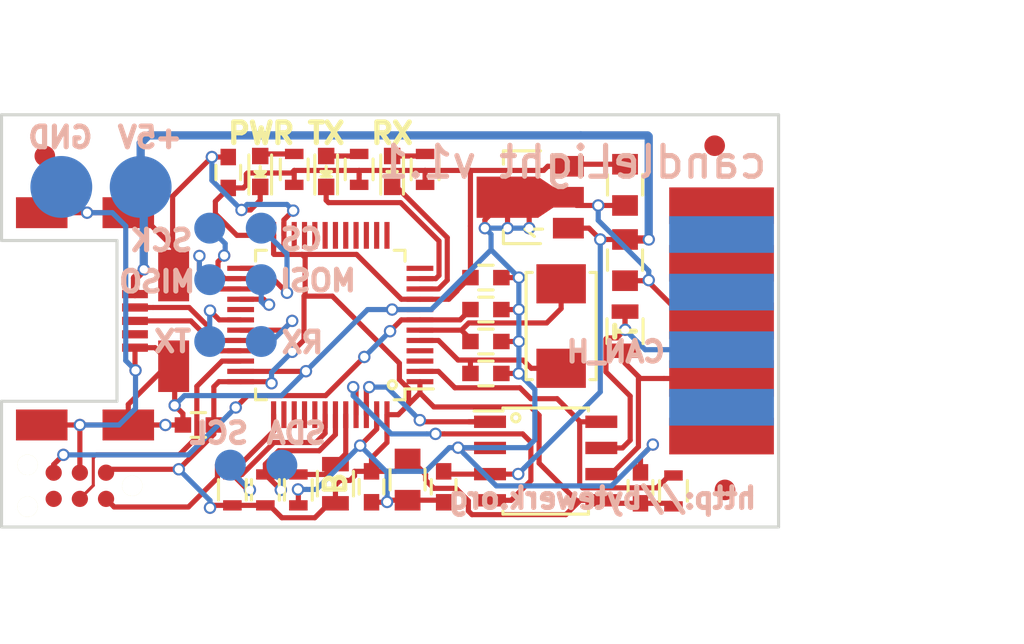
<source format=kicad_pcb>
(kicad_pcb (version 20171130) (host pcbnew 5.1.12-84ad8e8a86~92~ubuntu20.04.1)

  (general
    (thickness 1.6)
    (drawings 22)
    (tracks 499)
    (zones 0)
    (modules 44)
    (nets 30)
  )

  (page A4)
  (layers
    (0 F.Cu signal)
    (31 B.Cu signal)
    (32 B.Adhes user hide)
    (33 F.Adhes user hide)
    (34 B.Paste user hide)
    (35 F.Paste user hide)
    (36 B.SilkS user hide)
    (37 F.SilkS user)
    (38 B.Mask user hide)
    (39 F.Mask user)
    (40 Dwgs.User user hide)
    (41 Cmts.User user hide)
    (42 Eco1.User user hide)
    (43 Eco2.User user hide)
    (44 Edge.Cuts user)
    (45 Margin user hide)
    (46 B.CrtYd user hide)
    (47 F.CrtYd user hide)
    (48 B.Fab user hide)
    (49 F.Fab user)
  )

  (setup
    (last_trace_width 0.25)
    (user_trace_width 0.15)
    (trace_clearance 0.15)
    (zone_clearance 0.2)
    (zone_45_only yes)
    (trace_min 0.15)
    (via_size 0.6)
    (via_drill 0.4)
    (via_min_size 0.4)
    (via_min_drill 0.3)
    (uvia_size 0.3)
    (uvia_drill 0.1)
    (uvias_allowed no)
    (uvia_min_size 0.2)
    (uvia_min_drill 0.1)
    (edge_width 0.15)
    (segment_width 0.15)
    (pcb_text_width 0.3)
    (pcb_text_size 1 1)
    (mod_edge_width 0.15)
    (mod_text_size 0.5 0.5)
    (mod_text_width 0.125)
    (pad_size 1.524 1.524)
    (pad_drill 0.762)
    (pad_to_mask_clearance 0.05)
    (aux_axis_origin 43.5 77)
    (grid_origin 43.5 75.5)
    (visible_elements FFFFFF7F)
    (pcbplotparams
      (layerselection 0x010c0_80000001)
      (usegerberextensions true)
      (usegerberattributes true)
      (usegerberadvancedattributes true)
      (creategerberjobfile true)
      (excludeedgelayer true)
      (linewidth 0.100000)
      (plotframeref false)
      (viasonmask false)
      (mode 1)
      (useauxorigin false)
      (hpglpennumber 1)
      (hpglpenspeed 20)
      (hpglpendiameter 15.000000)
      (psnegative false)
      (psa4output false)
      (plotreference true)
      (plotvalue true)
      (plotinvisibletext false)
      (padsonsilk false)
      (subtractmaskfromsilk false)
      (outputformat 1)
      (mirror false)
      (drillshape 0)
      (scaleselection 1)
      (outputdirectory "gerber/"))
  )

  (net 0 "")
  (net 1 GND)
  (net 2 "Net-(C201-Pad2)")
  (net 3 "Net-(C202-Pad2)")
  (net 4 +3V3)
  (net 5 +5V)
  (net 6 "Net-(D601-Pad2)")
  (net 7 /LEDs/LED1)
  (net 8 "Net-(D602-Pad2)")
  (net 9 /LEDs/LED2)
  (net 10 "Net-(D603-Pad2)")
  (net 11 /Connectors/USB_DM)
  (net 12 /Connectors/USB_DP)
  (net 13 "Net-(R201-Pad2)")
  (net 14 "Net-(R202-Pad1)")
  (net 15 /CAN/CAN_S)
  (net 16 /CAN/CAN_H)
  (net 17 /CAN/CAN_L)
  (net 18 /Connectors/NRST)
  (net 19 "Net-(U201-Pad25)")
  (net 20 "Net-(U201-Pad26)")
  (net 21 "Net-(U201-Pad27)")
  (net 22 "Net-(U201-Pad28)")
  (net 23 "Net-(U201-Pad30)")
  (net 24 "Net-(U201-Pad31)")
  (net 25 /Connectors/SWDIO)
  (net 26 /Connectors/SWCLK)
  (net 27 /MCU/CAN_RX)
  (net 28 /MCU/CAN_TX)
  (net 29 /MCU/BOOT0)

  (net_class Default "This is the default net class."
    (clearance 0.15)
    (trace_width 0.25)
    (via_dia 0.6)
    (via_drill 0.4)
    (uvia_dia 0.3)
    (uvia_drill 0.1)
    (add_net +3V3)
    (add_net +5V)
    (add_net /CAN/CAN_H)
    (add_net /CAN/CAN_L)
    (add_net /CAN/CAN_S)
    (add_net /Connectors/NRST)
    (add_net /Connectors/SWCLK)
    (add_net /Connectors/SWDIO)
    (add_net /Connectors/USB_DM)
    (add_net /Connectors/USB_DP)
    (add_net /LEDs/LED1)
    (add_net /LEDs/LED2)
    (add_net /MCU/BOOT0)
    (add_net /MCU/CAN_RX)
    (add_net /MCU/CAN_TX)
    (add_net GND)
    (add_net "Net-(C201-Pad2)")
    (add_net "Net-(C202-Pad2)")
    (add_net "Net-(D601-Pad2)")
    (add_net "Net-(D602-Pad2)")
    (add_net "Net-(D603-Pad2)")
    (add_net "Net-(R201-Pad2)")
    (add_net "Net-(R202-Pad1)")
    (add_net "Net-(U201-Pad25)")
    (add_net "Net-(U201-Pad26)")
    (add_net "Net-(U201-Pad27)")
    (add_net "Net-(U201-Pad28)")
    (add_net "Net-(U201-Pad30)")
    (add_net "Net-(U201-Pad31)")
  )

  (module Crystals:ABM3 (layer F.Cu) (tedit 57348AD0) (tstamp 56F68EB7)
    (at 68.55 85.25 90)
    (descr "Abracon Miniature Ceramic Smd Crystal http://www.abracon.com/Resonators/abm3.pdf")
    (tags "smd crystal")
    (path /56F3B16B/56F47B56)
    (attr smd)
    (fp_text reference Y201 (at 0 0 180) (layer F.Fab)
      (effects (font (size 0.8 0.8) (thickness 0.125)))
    )
    (fp_text value 8MHz (at 0 3 90) (layer F.Fab) hide
      (effects (font (size 1 1) (thickness 0.15)))
    )
    (fp_line (start -2.6 1.7) (end 2.6 1.7) (layer F.SilkS) (width 0.15))
    (fp_line (start -2.6 -1.7) (end 2.6 -1.7) (layer F.SilkS) (width 0.15))
    (fp_line (start 2.6 -1.7) (end 2.6 -1.4) (layer F.SilkS) (width 0.15))
    (fp_line (start -2.6 -1.7) (end -2.6 -1.4) (layer F.SilkS) (width 0.15))
    (fp_line (start -2.6 1.7) (end -2.6 1.4) (layer F.SilkS) (width 0.15))
    (fp_line (start 2.6 1.7) (end 2.6 1.4) (layer F.SilkS) (width 0.15))
    (fp_line (start -3.5 -2.1) (end 3.5 -2.1) (layer F.CrtYd) (width 0.05))
    (fp_line (start 3.5 -2.1) (end 3.5 2.1) (layer F.CrtYd) (width 0.05))
    (fp_line (start 3.5 2.1) (end -3.5 2.1) (layer F.CrtYd) (width 0.05))
    (fp_line (start -3.5 2.1) (end -3.5 -2.1) (layer F.CrtYd) (width 0.05))
    (pad 2 smd rect (at 2.05 0 90) (size 1.9 2.4) (layers F.Cu F.Paste F.Mask)
      (net 3 "Net-(C202-Pad2)"))
    (pad 1 smd rect (at -2.05 0 90) (size 1.9 2.4) (layers F.Cu F.Paste F.Mask)
      (net 2 "Net-(C201-Pad2)"))
  )

  (module Housings_QFP:LQFP-48_7x7mm_Pitch0.5mm (layer F.Cu) (tedit 57348951) (tstamp 56F68E78)
    (at 57.35 85.2 180)
    (descr "48 LEAD LQFP 7x7mm (see MICREL LQFP7x7-48LD-PL-1.pdf)")
    (tags "QFP 0.5")
    (path /56F3B16B/56F46EB5)
    (attr smd)
    (fp_text reference U201 (at 0 0 180) (layer F.Fab)
      (effects (font (size 1.25 1.25) (thickness 0.25)))
    )
    (fp_text value STM32F072C8Tx (at 0 6 180) (layer F.Fab) hide
      (effects (font (size 1 1) (thickness 0.15)))
    )
    (fp_line (start -3.625 -3.1) (end -5 -3.1) (layer F.SilkS) (width 0.15))
    (fp_line (start 3.625 -3.625) (end 3.1 -3.625) (layer F.SilkS) (width 0.15))
    (fp_line (start 3.625 3.625) (end 3.1 3.625) (layer F.SilkS) (width 0.15))
    (fp_line (start -3.625 3.625) (end -3.1 3.625) (layer F.SilkS) (width 0.15))
    (fp_line (start -3.625 -3.625) (end -3.1 -3.625) (layer F.SilkS) (width 0.15))
    (fp_line (start -3.625 3.625) (end -3.625 3.1) (layer F.SilkS) (width 0.15))
    (fp_line (start 3.625 3.625) (end 3.625 3.1) (layer F.SilkS) (width 0.15))
    (fp_line (start 3.625 -3.625) (end 3.625 -3.1) (layer F.SilkS) (width 0.15))
    (fp_line (start -3.625 -3.625) (end -3.625 -3.1) (layer F.SilkS) (width 0.15))
    (fp_line (start -5.25 5.25) (end 5.25 5.25) (layer F.CrtYd) (width 0.05))
    (fp_line (start -5.25 -5.25) (end 5.25 -5.25) (layer F.CrtYd) (width 0.05))
    (fp_line (start 5.25 -5.25) (end 5.25 5.25) (layer F.CrtYd) (width 0.05))
    (fp_line (start -5.25 -5.25) (end -5.25 5.25) (layer F.CrtYd) (width 0.05))
    (pad 1 smd rect (at -4.35 -2.75 180) (size 1.3 0.25) (layers F.Cu F.Paste F.Mask)
      (net 4 +3V3))
    (pad 2 smd rect (at -4.35 -2.25 180) (size 1.3 0.25) (layers F.Cu F.Paste F.Mask)
      (net 15 /CAN/CAN_S))
    (pad 3 smd rect (at -4.35 -1.75 180) (size 1.3 0.25) (layers F.Cu F.Paste F.Mask))
    (pad 4 smd rect (at -4.35 -1.25 180) (size 1.3 0.25) (layers F.Cu F.Paste F.Mask))
    (pad 5 smd rect (at -4.35 -0.75 180) (size 1.3 0.25) (layers F.Cu F.Paste F.Mask)
      (net 2 "Net-(C201-Pad2)"))
    (pad 6 smd rect (at -4.35 -0.25 180) (size 1.3 0.25) (layers F.Cu F.Paste F.Mask)
      (net 3 "Net-(C202-Pad2)"))
    (pad 7 smd rect (at -4.35 0.25 180) (size 1.3 0.25) (layers F.Cu F.Paste F.Mask)
      (net 18 /Connectors/NRST))
    (pad 8 smd rect (at -4.35 0.75 180) (size 1.3 0.25) (layers F.Cu F.Paste F.Mask)
      (net 1 GND))
    (pad 9 smd rect (at -4.35 1.25 180) (size 1.3 0.25) (layers F.Cu F.Paste F.Mask)
      (net 4 +3V3))
    (pad 10 smd rect (at -4.35 1.75 180) (size 1.3 0.25) (layers F.Cu F.Paste F.Mask)
      (net 7 /LEDs/LED1))
    (pad 11 smd rect (at -4.35 2.25 180) (size 1.3 0.25) (layers F.Cu F.Paste F.Mask)
      (net 9 /LEDs/LED2))
    (pad 12 smd rect (at -4.35 2.75 180) (size 1.3 0.25) (layers F.Cu F.Paste F.Mask))
    (pad 13 smd rect (at -2.75 4.35 270) (size 1.3 0.25) (layers F.Cu F.Paste F.Mask))
    (pad 14 smd rect (at -2.25 4.35 270) (size 1.3 0.25) (layers F.Cu F.Paste F.Mask))
    (pad 15 smd rect (at -1.75 4.35 270) (size 1.3 0.25) (layers F.Cu F.Paste F.Mask))
    (pad 16 smd rect (at -1.25 4.35 270) (size 1.3 0.25) (layers F.Cu F.Paste F.Mask))
    (pad 17 smd rect (at -0.75 4.35 270) (size 1.3 0.25) (layers F.Cu F.Paste F.Mask))
    (pad 18 smd rect (at -0.25 4.35 270) (size 1.3 0.25) (layers F.Cu F.Paste F.Mask))
    (pad 19 smd rect (at 0.25 4.35 270) (size 1.3 0.25) (layers F.Cu F.Paste F.Mask))
    (pad 20 smd rect (at 0.75 4.35 270) (size 1.3 0.25) (layers F.Cu F.Paste F.Mask))
    (pad 21 smd rect (at 1.25 4.35 270) (size 1.3 0.25) (layers F.Cu F.Paste F.Mask))
    (pad 22 smd rect (at 1.75 4.35 270) (size 1.3 0.25) (layers F.Cu F.Paste F.Mask))
    (pad 23 smd rect (at 2.25 4.35 270) (size 1.3 0.25) (layers F.Cu F.Paste F.Mask)
      (net 1 GND))
    (pad 24 smd rect (at 2.75 4.35 270) (size 1.3 0.25) (layers F.Cu F.Paste F.Mask)
      (net 4 +3V3))
    (pad 25 smd rect (at 4.35 2.75 180) (size 1.3 0.25) (layers F.Cu F.Paste F.Mask)
      (net 19 "Net-(U201-Pad25)"))
    (pad 26 smd rect (at 4.35 2.25 180) (size 1.3 0.25) (layers F.Cu F.Paste F.Mask)
      (net 20 "Net-(U201-Pad26)"))
    (pad 27 smd rect (at 4.35 1.75 180) (size 1.3 0.25) (layers F.Cu F.Paste F.Mask)
      (net 21 "Net-(U201-Pad27)"))
    (pad 28 smd rect (at 4.35 1.25 180) (size 1.3 0.25) (layers F.Cu F.Paste F.Mask)
      (net 22 "Net-(U201-Pad28)"))
    (pad 29 smd rect (at 4.35 0.75 180) (size 1.3 0.25) (layers F.Cu F.Paste F.Mask))
    (pad 30 smd rect (at 4.35 0.25 180) (size 1.3 0.25) (layers F.Cu F.Paste F.Mask)
      (net 23 "Net-(U201-Pad30)"))
    (pad 31 smd rect (at 4.35 -0.25 180) (size 1.3 0.25) (layers F.Cu F.Paste F.Mask)
      (net 24 "Net-(U201-Pad31)"))
    (pad 32 smd rect (at 4.35 -0.75 180) (size 1.3 0.25) (layers F.Cu F.Paste F.Mask)
      (net 11 /Connectors/USB_DM))
    (pad 33 smd rect (at 4.35 -1.25 180) (size 1.3 0.25) (layers F.Cu F.Paste F.Mask)
      (net 12 /Connectors/USB_DP))
    (pad 34 smd rect (at 4.35 -1.75 180) (size 1.3 0.25) (layers F.Cu F.Paste F.Mask)
      (net 25 /Connectors/SWDIO))
    (pad 35 smd rect (at 4.35 -2.25 180) (size 1.3 0.25) (layers F.Cu F.Paste F.Mask)
      (net 1 GND))
    (pad 36 smd rect (at 4.35 -2.75 180) (size 1.3 0.25) (layers F.Cu F.Paste F.Mask)
      (net 4 +3V3))
    (pad 37 smd rect (at 2.75 -4.35 270) (size 1.3 0.25) (layers F.Cu F.Paste F.Mask)
      (net 26 /Connectors/SWCLK))
    (pad 38 smd rect (at 2.25 -4.35 270) (size 1.3 0.25) (layers F.Cu F.Paste F.Mask))
    (pad 39 smd rect (at 1.75 -4.35 270) (size 1.3 0.25) (layers F.Cu F.Paste F.Mask))
    (pad 40 smd rect (at 1.25 -4.35 270) (size 1.3 0.25) (layers F.Cu F.Paste F.Mask))
    (pad 41 smd rect (at 0.75 -4.35 270) (size 1.3 0.25) (layers F.Cu F.Paste F.Mask))
    (pad 42 smd rect (at 0.25 -4.35 270) (size 1.3 0.25) (layers F.Cu F.Paste F.Mask)
      (net 13 "Net-(R201-Pad2)"))
    (pad 43 smd rect (at -0.25 -4.35 270) (size 1.3 0.25) (layers F.Cu F.Paste F.Mask)
      (net 14 "Net-(R202-Pad1)"))
    (pad 44 smd rect (at -0.75 -4.35 270) (size 1.3 0.25) (layers F.Cu F.Paste F.Mask)
      (net 29 /MCU/BOOT0))
    (pad 45 smd rect (at -1.25 -4.35 270) (size 1.3 0.25) (layers F.Cu F.Paste F.Mask)
      (net 27 /MCU/CAN_RX))
    (pad 46 smd rect (at -1.75 -4.35 270) (size 1.3 0.25) (layers F.Cu F.Paste F.Mask)
      (net 28 /MCU/CAN_TX))
    (pad 47 smd rect (at -2.25 -4.35 270) (size 1.3 0.25) (layers F.Cu F.Paste F.Mask)
      (net 1 GND))
    (pad 48 smd rect (at -2.75 -4.35 270) (size 1.3 0.25) (layers F.Cu F.Paste F.Mask)
      (net 4 +3V3))
    (model Housings_QFP.3dshapes/LQFP-48_7x7mm_Pitch0.5mm.wrl
      (at (xyz 0 0 0))
      (scale (xyz 1 1 1))
      (rotate (xyz 0 0 0))
    )
  )

  (module Resistors_SMD:R_0603 (layer F.Cu) (tedit 573489C1) (tstamp 56F68E2C)
    (at 74 93.25 90)
    (descr "Resistor SMD 0603, reflow soldering, Vishay (see dcrcw.pdf)")
    (tags "resistor 0603")
    (path /56F3B1AC/56F69C0C)
    (attr smd)
    (fp_text reference R401 (at 0 0 90) (layer F.Fab)
      (effects (font (size 0.5 0.5) (thickness 0.08)))
    )
    (fp_text value 10K (at 0 1.9 90) (layer F.Fab) hide
      (effects (font (size 1 1) (thickness 0.15)))
    )
    (fp_line (start -0.5 -0.675) (end 0.5 -0.675) (layer F.SilkS) (width 0.15))
    (fp_line (start 0.5 0.675) (end -0.5 0.675) (layer F.SilkS) (width 0.15))
    (fp_line (start 1.3 -0.8) (end 1.3 0.8) (layer F.CrtYd) (width 0.05))
    (fp_line (start -1.3 -0.8) (end -1.3 0.8) (layer F.CrtYd) (width 0.05))
    (fp_line (start -1.3 0.8) (end 1.3 0.8) (layer F.CrtYd) (width 0.05))
    (fp_line (start -1.3 -0.8) (end 1.3 -0.8) (layer F.CrtYd) (width 0.05))
    (pad 1 smd rect (at -0.75 0 90) (size 0.5 0.9) (layers F.Cu F.Paste F.Mask)
      (net 4 +3V3))
    (pad 2 smd rect (at 0.75 0 90) (size 0.5 0.9) (layers F.Cu F.Paste F.Mask)
      (net 15 /CAN/CAN_S))
    (model Resistors_SMD.3dshapes/R_0603.wrl
      (at (xyz 0 0 0))
      (scale (xyz 1 1 1))
      (rotate (xyz 0 0 0))
    )
  )

  (module Capacitors_SMD:C_0603 (layer F.Cu) (tedit 573489AB) (tstamp 56F68DAA)
    (at 59.35 93.05 270)
    (descr "Capacitor SMD 0603, reflow soldering, AVX (see smccp.pdf)")
    (tags "capacitor 0603")
    (path /56F3B16B/56F53D48)
    (attr smd)
    (fp_text reference C206 (at 0 0 270) (layer F.Fab)
      (effects (font (size 0.5 0.5) (thickness 0.08)))
    )
    (fp_text value 100nF (at 3.13 -0.67 270) (layer F.Fab) hide
      (effects (font (size 1 1) (thickness 0.15)))
    )
    (fp_line (start 0.35 0.6) (end -0.35 0.6) (layer F.SilkS) (width 0.15))
    (fp_line (start -0.35 -0.6) (end 0.35 -0.6) (layer F.SilkS) (width 0.15))
    (fp_line (start 1.45 -0.75) (end 1.45 0.75) (layer F.CrtYd) (width 0.05))
    (fp_line (start -1.45 -0.75) (end -1.45 0.75) (layer F.CrtYd) (width 0.05))
    (fp_line (start -1.45 0.75) (end 1.45 0.75) (layer F.CrtYd) (width 0.05))
    (fp_line (start -1.45 -0.75) (end 1.45 -0.75) (layer F.CrtYd) (width 0.05))
    (pad 1 smd rect (at -0.75 0 270) (size 0.8 0.75) (layers F.Cu F.Paste F.Mask)
      (net 4 +3V3))
    (pad 2 smd rect (at 0.75 0 270) (size 0.8 0.75) (layers F.Cu F.Paste F.Mask)
      (net 1 GND))
    (model Capacitors_SMD.3dshapes/C_0603.wrl
      (at (xyz 0 0 0))
      (scale (xyz 1 1 1))
      (rotate (xyz 0 0 0))
    )
  )

  (module Capacitors_SMD:C_0603 (layer F.Cu) (tedit 573489BC) (tstamp 56F68DDA)
    (at 72.4 93.1 90)
    (descr "Capacitor SMD 0603, reflow soldering, AVX (see smccp.pdf)")
    (tags "capacitor 0603")
    (path /56F3B1AC/56F5A3FD)
    (attr smd)
    (fp_text reference C403 (at 0 0 90) (layer F.Fab)
      (effects (font (size 0.5 0.5) (thickness 0.08)))
    )
    (fp_text value 100nF (at 0 1.9 90) (layer F.Fab) hide
      (effects (font (size 1 1) (thickness 0.15)))
    )
    (fp_line (start 0.35 0.6) (end -0.35 0.6) (layer F.SilkS) (width 0.15))
    (fp_line (start -0.35 -0.6) (end 0.35 -0.6) (layer F.SilkS) (width 0.15))
    (fp_line (start 1.45 -0.75) (end 1.45 0.75) (layer F.CrtYd) (width 0.05))
    (fp_line (start -1.45 -0.75) (end -1.45 0.75) (layer F.CrtYd) (width 0.05))
    (fp_line (start -1.45 0.75) (end 1.45 0.75) (layer F.CrtYd) (width 0.05))
    (fp_line (start -1.45 -0.75) (end 1.45 -0.75) (layer F.CrtYd) (width 0.05))
    (pad 1 smd rect (at -0.75 0 90) (size 0.8 0.75) (layers F.Cu F.Paste F.Mask)
      (net 4 +3V3))
    (pad 2 smd rect (at 0.75 0 90) (size 0.8 0.75) (layers F.Cu F.Paste F.Mask)
      (net 1 GND))
    (model Capacitors_SMD.3dshapes/C_0603.wrl
      (at (xyz 0 0 0))
      (scale (xyz 1 1 1))
      (rotate (xyz 0 0 0))
    )
  )

  (module Resistors_SMD:R_0805 (layer F.Cu) (tedit 573489A5) (tstamp 5722386D)
    (at 57.6 92.9 90)
    (descr "Resistor SMD 0805, reflow soldering, Vishay (see dcrcw.pdf)")
    (tags "resistor 0805")
    (path /56F3B16B/56F50DA3)
    (attr smd)
    (fp_text reference R203 (at 0 0 90) (layer F.Fab)
      (effects (font (size 0.5 0.5) (thickness 0.08)))
    )
    (fp_text value R (at 0 2.1 90) (layer F.Fab) hide
      (effects (font (size 1 1) (thickness 0.15)))
    )
    (fp_line (start -0.6 -0.875) (end 0.6 -0.875) (layer F.SilkS) (width 0.15))
    (fp_line (start 0.6 0.875) (end -0.6 0.875) (layer F.SilkS) (width 0.15))
    (fp_line (start 1.6 -1) (end 1.6 1) (layer F.CrtYd) (width 0.05))
    (fp_line (start -1.6 -1) (end -1.6 1) (layer F.CrtYd) (width 0.05))
    (fp_line (start -1.6 1) (end 1.6 1) (layer F.CrtYd) (width 0.05))
    (fp_line (start -1.6 -1) (end 1.6 -1) (layer F.CrtYd) (width 0.05))
    (pad 1 smd rect (at -0.95 0 90) (size 0.7 1.3) (layers F.Cu F.Paste F.Mask)
      (net 4 +3V3))
    (pad 2 smd rect (at 0.95 0 90) (size 0.7 1.3) (layers F.Cu F.Paste F.Mask)
      (net 29 /MCU/BOOT0))
  )

  (module usb:Molex-Micro-USB-B-Middle-Mount (layer F.Cu) (tedit 5734895D) (tstamp 56F68E02)
    (at 47 85)
    (path /56F568C1/56F68043)
    (fp_text reference P501 (at -1.7 0 90) (layer F.Fab)
      (effects (font (size 1.25 1.25) (thickness 0.25)))
    )
    (fp_text value USB_OTG (at -0.1 -8.2) (layer F.Fab) hide
      (effects (font (size 1 1) (thickness 0.15)))
    )
    (fp_line (start -5.6 -6.9) (end -5.6 -3.9) (layer Dwgs.User) (width 0.15))
    (fp_line (start -5.6 3.9) (end -5.6 6.9) (layer Dwgs.User) (width 0.15))
    (fp_line (start -5.6 -3.9) (end -0.8 -3.9) (layer Dwgs.User) (width 0.15))
    (fp_line (start 0 -3.1) (end 0 3.1) (layer Dwgs.User) (width 0.15))
    (fp_line (start -0.8 3.9) (end -5.6 3.9) (layer Dwgs.User) (width 0.15))
    (fp_arc (start -0.8 3.1) (end 0 3.1) (angle 90) (layer Dwgs.User) (width 0.15))
    (fp_arc (start -0.8 -3.1) (end -0.8 -3.9) (angle 90) (layer Dwgs.User) (width 0.15))
    (pad 6 smd rect (at 2.75 2.2 90) (size 2.5 1.5) (layers F.Cu F.Paste F.Mask)
      (net 1 GND))
    (pad 6 smd rect (at 2.75 -2.2 90) (size 2.5 1.5) (layers F.Cu F.Paste F.Mask)
      (net 1 GND))
    (pad 6 smd rect (at 0.55 -5.25) (size 2.5 1.5) (layers F.Cu F.Paste F.Mask)
      (net 1 GND))
    (pad 6 smd rect (at -3.65 -5.25) (size 2.5 1.5) (layers F.Cu F.Paste F.Mask)
      (net 1 GND))
    (pad 6 smd rect (at 0.55 5.05) (size 2.5 1.5) (layers F.Cu F.Paste F.Mask)
      (net 1 GND))
    (pad 5 smd rect (at 0.875 1.3) (size 1.25 0.4) (layers F.Cu F.Paste F.Mask)
      (net 1 GND))
    (pad 4 smd rect (at 0.875 0.65) (size 1.25 0.4) (layers F.Cu F.Paste F.Mask))
    (pad 1 smd rect (at 0.875 -1.3) (size 1.25 0.4) (layers F.Cu F.Paste F.Mask)
      (net 5 +5V))
    (pad 2 smd rect (at 0.875 -0.65) (size 1.25 0.4) (layers F.Cu F.Paste F.Mask)
      (net 11 /Connectors/USB_DM))
    (pad 3 smd rect (at 0.875 0) (size 1.25 0.4) (layers F.Cu F.Paste F.Mask)
      (net 12 /Connectors/USB_DP))
    (pad 6 smd rect (at -3.65 5.05) (size 2.5 1.5) (layers F.Cu F.Paste F.Mask)
      (net 1 GND))
    (model /home/hd/kicad/footprints/usb.pretty/molex-47491-0001.wrl
      (offset (xyz -2.158999967575074 0 0))
      (scale (xyz 0.3937 0.3937 0.3937))
      (rotate (xyz -90 0 90))
    )
  )

  (module Capacitors_SMD:C_0603 (layer F.Cu) (tedit 573489C8) (tstamp 56F68D8C)
    (at 64.9 87.55 180)
    (descr "Capacitor SMD 0603, reflow soldering, AVX (see smccp.pdf)")
    (tags "capacitor 0603")
    (path /56F3B16B/56F518F0)
    (attr smd)
    (fp_text reference C201 (at 0 0 180) (layer F.Fab)
      (effects (font (size 0.5 0.5) (thickness 0.08)))
    )
    (fp_text value 20pF (at 0 1.9 180) (layer F.Fab) hide
      (effects (font (size 1 1) (thickness 0.15)))
    )
    (fp_line (start 0.35 0.6) (end -0.35 0.6) (layer F.SilkS) (width 0.15))
    (fp_line (start -0.35 -0.6) (end 0.35 -0.6) (layer F.SilkS) (width 0.15))
    (fp_line (start 1.45 -0.75) (end 1.45 0.75) (layer F.CrtYd) (width 0.05))
    (fp_line (start -1.45 -0.75) (end -1.45 0.75) (layer F.CrtYd) (width 0.05))
    (fp_line (start -1.45 0.75) (end 1.45 0.75) (layer F.CrtYd) (width 0.05))
    (fp_line (start -1.45 -0.75) (end 1.45 -0.75) (layer F.CrtYd) (width 0.05))
    (pad 1 smd rect (at -0.75 0 180) (size 0.8 0.75) (layers F.Cu F.Paste F.Mask)
      (net 1 GND))
    (pad 2 smd rect (at 0.75 0 180) (size 0.8 0.75) (layers F.Cu F.Paste F.Mask)
      (net 2 "Net-(C201-Pad2)"))
  )

  (module Capacitors_SMD:C_0603 (layer F.Cu) (tedit 573489CD) (tstamp 56F68D92)
    (at 64.9 86 180)
    (descr "Capacitor SMD 0603, reflow soldering, AVX (see smccp.pdf)")
    (tags "capacitor 0603")
    (path /56F3B16B/56F51A5F)
    (attr smd)
    (fp_text reference C202 (at 0 0 180) (layer F.Fab)
      (effects (font (size 0.5 0.5) (thickness 0.08)))
    )
    (fp_text value 20pF (at 0 1.9 180) (layer F.Fab) hide
      (effects (font (size 1 1) (thickness 0.15)))
    )
    (fp_line (start 0.35 0.6) (end -0.35 0.6) (layer F.SilkS) (width 0.15))
    (fp_line (start -0.35 -0.6) (end 0.35 -0.6) (layer F.SilkS) (width 0.15))
    (fp_line (start 1.45 -0.75) (end 1.45 0.75) (layer F.CrtYd) (width 0.05))
    (fp_line (start -1.45 -0.75) (end -1.45 0.75) (layer F.CrtYd) (width 0.05))
    (fp_line (start -1.45 0.75) (end 1.45 0.75) (layer F.CrtYd) (width 0.05))
    (fp_line (start -1.45 -0.75) (end 1.45 -0.75) (layer F.CrtYd) (width 0.05))
    (pad 1 smd rect (at -0.75 0 180) (size 0.8 0.75) (layers F.Cu F.Paste F.Mask)
      (net 1 GND))
    (pad 2 smd rect (at 0.75 0 180) (size 0.8 0.75) (layers F.Cu F.Paste F.Mask)
      (net 3 "Net-(C202-Pad2)"))
  )

  (module Capacitors_SMD:C_0603 (layer F.Cu) (tedit 573489D5) (tstamp 56F68D98)
    (at 64.9 82.9)
    (descr "Capacitor SMD 0603, reflow soldering, AVX (see smccp.pdf)")
    (tags "capacitor 0603")
    (path /56F3B16B/56F5410C)
    (attr smd)
    (fp_text reference C203 (at 0 0) (layer F.Fab)
      (effects (font (size 0.5 0.5) (thickness 0.08)))
    )
    (fp_text value 100nF (at 0 1.9) (layer F.Fab) hide
      (effects (font (size 1 1) (thickness 0.15)))
    )
    (fp_line (start 0.35 0.6) (end -0.35 0.6) (layer F.SilkS) (width 0.15))
    (fp_line (start -0.35 -0.6) (end 0.35 -0.6) (layer F.SilkS) (width 0.15))
    (fp_line (start 1.45 -0.75) (end 1.45 0.75) (layer F.CrtYd) (width 0.05))
    (fp_line (start -1.45 -0.75) (end -1.45 0.75) (layer F.CrtYd) (width 0.05))
    (fp_line (start -1.45 0.75) (end 1.45 0.75) (layer F.CrtYd) (width 0.05))
    (fp_line (start -1.45 -0.75) (end 1.45 -0.75) (layer F.CrtYd) (width 0.05))
    (pad 1 smd rect (at -0.75 0) (size 0.8 0.75) (layers F.Cu F.Paste F.Mask)
      (net 4 +3V3))
    (pad 2 smd rect (at 0.75 0) (size 0.8 0.75) (layers F.Cu F.Paste F.Mask)
      (net 1 GND))
    (model Capacitors_SMD.3dshapes/C_0603.wrl
      (at (xyz 0 0 0))
      (scale (xyz 1 1 1))
      (rotate (xyz 0 0 0))
    )
  )

  (module Capacitors_SMD:C_0603 (layer F.Cu) (tedit 57348990) (tstamp 56F68D9E)
    (at 50.95 90.05 180)
    (descr "Capacitor SMD 0603, reflow soldering, AVX (see smccp.pdf)")
    (tags "capacitor 0603")
    (path /56F3B16B/56F540FA)
    (attr smd)
    (fp_text reference C204 (at 0 0 180) (layer F.Fab)
      (effects (font (size 0.5 0.5) (thickness 0.08)))
    )
    (fp_text value 100nF (at 0 1.9 180) (layer F.Fab) hide
      (effects (font (size 1 1) (thickness 0.15)))
    )
    (fp_line (start 0.35 0.6) (end -0.35 0.6) (layer F.SilkS) (width 0.15))
    (fp_line (start -0.35 -0.6) (end 0.35 -0.6) (layer F.SilkS) (width 0.15))
    (fp_line (start 1.45 -0.75) (end 1.45 0.75) (layer F.CrtYd) (width 0.05))
    (fp_line (start -1.45 -0.75) (end -1.45 0.75) (layer F.CrtYd) (width 0.05))
    (fp_line (start -1.45 0.75) (end 1.45 0.75) (layer F.CrtYd) (width 0.05))
    (fp_line (start -1.45 -0.75) (end 1.45 -0.75) (layer F.CrtYd) (width 0.05))
    (pad 1 smd rect (at -0.75 0 180) (size 0.8 0.75) (layers F.Cu F.Paste F.Mask)
      (net 4 +3V3))
    (pad 2 smd rect (at 0.75 0 180) (size 0.8 0.75) (layers F.Cu F.Paste F.Mask)
      (net 1 GND))
    (model Capacitors_SMD.3dshapes/C_0603.wrl
      (at (xyz 0 0 0))
      (scale (xyz 1 1 1))
      (rotate (xyz 0 0 0))
    )
  )

  (module Capacitors_SMD:C_0603 (layer F.Cu) (tedit 57348A0F) (tstamp 56F68DA4)
    (at 52.4 77.8 90)
    (descr "Capacitor SMD 0603, reflow soldering, AVX (see smccp.pdf)")
    (tags "capacitor 0603")
    (path /56F3B16B/56F5404F)
    (attr smd)
    (fp_text reference C205 (at 0 0 90) (layer F.Fab)
      (effects (font (size 0.5 0.5) (thickness 0.08)))
    )
    (fp_text value 100nF (at 0 1.9 90) (layer F.Fab) hide
      (effects (font (size 1 1) (thickness 0.15)))
    )
    (fp_line (start 0.35 0.6) (end -0.35 0.6) (layer F.SilkS) (width 0.15))
    (fp_line (start -0.35 -0.6) (end 0.35 -0.6) (layer F.SilkS) (width 0.15))
    (fp_line (start 1.45 -0.75) (end 1.45 0.75) (layer F.CrtYd) (width 0.05))
    (fp_line (start -1.45 -0.75) (end -1.45 0.75) (layer F.CrtYd) (width 0.05))
    (fp_line (start -1.45 0.75) (end 1.45 0.75) (layer F.CrtYd) (width 0.05))
    (fp_line (start -1.45 -0.75) (end 1.45 -0.75) (layer F.CrtYd) (width 0.05))
    (pad 1 smd rect (at -0.75 0 90) (size 0.8 0.75) (layers F.Cu F.Paste F.Mask)
      (net 4 +3V3))
    (pad 2 smd rect (at 0.75 0 90) (size 0.8 0.75) (layers F.Cu F.Paste F.Mask)
      (net 1 GND))
    (model Capacitors_SMD.3dshapes/C_0603.wrl
      (at (xyz 0 0 0))
      (scale (xyz 1 1 1))
      (rotate (xyz 0 0 0))
    )
  )

  (module Capacitors_SMD:C_0805 (layer F.Cu) (tedit 573489B0) (tstamp 56F68DB0)
    (at 61.1 92.7 270)
    (descr "Capacitor SMD 0805, reflow soldering, AVX (see smccp.pdf)")
    (tags "capacitor 0805")
    (path /56F3B16B/56F54256)
    (attr smd)
    (fp_text reference C207 (at 0 0 270) (layer F.Fab)
      (effects (font (size 0.5 0.5) (thickness 0.08)))
    )
    (fp_text value 10uF (at 0 2.1 270) (layer F.Fab) hide
      (effects (font (size 1 1) (thickness 0.15)))
    )
    (fp_line (start -0.5 0.85) (end 0.5 0.85) (layer F.SilkS) (width 0.15))
    (fp_line (start 0.5 -0.85) (end -0.5 -0.85) (layer F.SilkS) (width 0.15))
    (fp_line (start 1.8 -1) (end 1.8 1) (layer F.CrtYd) (width 0.05))
    (fp_line (start -1.8 -1) (end -1.8 1) (layer F.CrtYd) (width 0.05))
    (fp_line (start -1.8 1) (end 1.8 1) (layer F.CrtYd) (width 0.05))
    (fp_line (start -1.8 -1) (end 1.8 -1) (layer F.CrtYd) (width 0.05))
    (pad 1 smd rect (at -1 0 270) (size 1 1.25) (layers F.Cu F.Paste F.Mask)
      (net 4 +3V3))
    (pad 2 smd rect (at 1 0 270) (size 1 1.25) (layers F.Cu F.Paste F.Mask)
      (net 1 GND))
    (model Capacitors_SMD.3dshapes/C_0805.wrl
      (at (xyz 0 0 0))
      (scale (xyz 1 1 1))
      (rotate (xyz 0 0 0))
    )
  )

  (module Capacitors_SMD:C_0805 (layer F.Cu) (tedit 573489E4) (tstamp 56F68DB6)
    (at 71.65 82.05 270)
    (descr "Capacitor SMD 0805, reflow soldering, AVX (see smccp.pdf)")
    (tags "capacitor 0805")
    (path /56F3B1A0/56F60BBB)
    (attr smd)
    (fp_text reference C301 (at 0 0 270) (layer F.Fab)
      (effects (font (size 0.5 0.5) (thickness 0.08)))
    )
    (fp_text value 10uF (at 0 0 270) (layer F.Fab) hide
      (effects (font (size 1 1) (thickness 0.15)))
    )
    (fp_line (start -0.5 0.85) (end 0.5 0.85) (layer F.SilkS) (width 0.15))
    (fp_line (start 0.5 -0.85) (end -0.5 -0.85) (layer F.SilkS) (width 0.15))
    (fp_line (start 1.8 -1) (end 1.8 1) (layer F.CrtYd) (width 0.05))
    (fp_line (start -1.8 -1) (end -1.8 1) (layer F.CrtYd) (width 0.05))
    (fp_line (start -1.8 1) (end 1.8 1) (layer F.CrtYd) (width 0.05))
    (fp_line (start -1.8 -1) (end 1.8 -1) (layer F.CrtYd) (width 0.05))
    (pad 1 smd rect (at -1 0 270) (size 1 1.25) (layers F.Cu F.Paste F.Mask)
      (net 5 +5V))
    (pad 2 smd rect (at 1 0 270) (size 1 1.25) (layers F.Cu F.Paste F.Mask)
      (net 1 GND))
    (model Capacitors_SMD.3dshapes/C_0805.wrl
      (at (xyz 0 0 0))
      (scale (xyz 1 1 1))
      (rotate (xyz 0 0 0))
    )
  )

  (module Capacitors_SMD:C_0805 (layer F.Cu) (tedit 573489E7) (tstamp 56F68DC2)
    (at 71.65 78.4 270)
    (descr "Capacitor SMD 0805, reflow soldering, AVX (see smccp.pdf)")
    (tags "capacitor 0805")
    (path /56F3B1A0/56F611D6)
    (attr smd)
    (fp_text reference C303 (at 0 0 270) (layer F.Fab)
      (effects (font (size 0.5 0.5) (thickness 0.08)))
    )
    (fp_text value 10uF (at 0 0.01 270) (layer F.Fab) hide
      (effects (font (size 1 1) (thickness 0.15)))
    )
    (fp_line (start -0.5 0.85) (end 0.5 0.85) (layer F.SilkS) (width 0.15))
    (fp_line (start 0.5 -0.85) (end -0.5 -0.85) (layer F.SilkS) (width 0.15))
    (fp_line (start 1.8 -1) (end 1.8 1) (layer F.CrtYd) (width 0.05))
    (fp_line (start -1.8 -1) (end -1.8 1) (layer F.CrtYd) (width 0.05))
    (fp_line (start -1.8 1) (end 1.8 1) (layer F.CrtYd) (width 0.05))
    (fp_line (start -1.8 -1) (end 1.8 -1) (layer F.CrtYd) (width 0.05))
    (pad 1 smd rect (at -1 0 270) (size 1 1.25) (layers F.Cu F.Paste F.Mask)
      (net 4 +3V3))
    (pad 2 smd rect (at 1 0 270) (size 1 1.25) (layers F.Cu F.Paste F.Mask)
      (net 1 GND))
    (model Capacitors_SMD.3dshapes/C_0805.wrl
      (at (xyz 0 0 0))
      (scale (xyz 1 1 1))
      (rotate (xyz 0 0 0))
    )
  )

  (module Capacitors_SMD:C_0603 (layer F.Cu) (tedit 573489B7) (tstamp 56F68DD4)
    (at 62.85 93.05 270)
    (descr "Capacitor SMD 0603, reflow soldering, AVX (see smccp.pdf)")
    (tags "capacitor 0603")
    (path /56F3B1AC/56F5A44C)
    (attr smd)
    (fp_text reference C402 (at 0 0 270) (layer F.Fab)
      (effects (font (size 0.5 0.5) (thickness 0.08)))
    )
    (fp_text value 100nF (at 0.04 -0.07 270) (layer F.Fab) hide
      (effects (font (size 1 1) (thickness 0.15)))
    )
    (fp_line (start 0.35 0.6) (end -0.35 0.6) (layer F.SilkS) (width 0.15))
    (fp_line (start -0.35 -0.6) (end 0.35 -0.6) (layer F.SilkS) (width 0.15))
    (fp_line (start 1.45 -0.75) (end 1.45 0.75) (layer F.CrtYd) (width 0.05))
    (fp_line (start -1.45 -0.75) (end -1.45 0.75) (layer F.CrtYd) (width 0.05))
    (fp_line (start -1.45 0.75) (end 1.45 0.75) (layer F.CrtYd) (width 0.05))
    (fp_line (start -1.45 -0.75) (end 1.45 -0.75) (layer F.CrtYd) (width 0.05))
    (pad 1 smd rect (at -0.75 0 270) (size 0.8 0.75) (layers F.Cu F.Paste F.Mask)
      (net 5 +5V))
    (pad 2 smd rect (at 0.75 0 270) (size 0.8 0.75) (layers F.Cu F.Paste F.Mask)
      (net 1 GND))
    (model Capacitors_SMD.3dshapes/C_0603.wrl
      (at (xyz 0 0 0))
      (scale (xyz 1 1 1))
      (rotate (xyz 0 0 0))
    )
  )

  (module LEDs:LED_0603 (layer F.Cu) (tedit 573489FA) (tstamp 56F68DE0)
    (at 60.35 77.75 90)
    (descr "LED 0603 smd package")
    (tags "LED led 0603 SMD smd SMT smt smdled SMDLED smtled SMTLED")
    (path /56F5F6F8/56F5F775)
    (attr smd)
    (fp_text reference D601 (at 0 0 90) (layer F.Fab)
      (effects (font (size 0.5 0.5) (thickness 0.08)))
    )
    (fp_text value LED (at 0 0 90) (layer F.Fab) hide
      (effects (font (size 0.5 0.5) (thickness 0.125)))
    )
    (fp_line (start -1.4 -0.75) (end 1.4 -0.75) (layer F.CrtYd) (width 0.05))
    (fp_line (start -1.4 0.75) (end -1.4 -0.75) (layer F.CrtYd) (width 0.05))
    (fp_line (start 1.4 0.75) (end -1.4 0.75) (layer F.CrtYd) (width 0.05))
    (fp_line (start 1.4 -0.75) (end 1.4 0.75) (layer F.CrtYd) (width 0.05))
    (fp_line (start 0 0.25) (end -0.25 0) (layer F.SilkS) (width 0.15))
    (fp_line (start 0 -0.25) (end 0 0.25) (layer F.SilkS) (width 0.15))
    (fp_line (start -0.25 0) (end 0 -0.25) (layer F.SilkS) (width 0.15))
    (fp_line (start -0.25 -0.25) (end -0.25 0.25) (layer F.SilkS) (width 0.15))
    (fp_line (start -0.2 0) (end 0.25 0) (layer F.SilkS) (width 0.15))
    (fp_line (start -1.1 -0.55) (end 0.8 -0.55) (layer F.SilkS) (width 0.15))
    (fp_line (start -1.1 0.55) (end 0.8 0.55) (layer F.SilkS) (width 0.15))
    (pad 2 smd rect (at 0.7493 0 270) (size 0.79756 0.79756) (layers F.Cu F.Paste F.Mask)
      (net 6 "Net-(D601-Pad2)"))
    (pad 1 smd rect (at -0.7493 0 270) (size 0.79756 0.79756) (layers F.Cu F.Paste F.Mask)
      (net 7 /LEDs/LED1))
    (model LEDs.3dshapes/LED_0603.wrl
      (at (xyz 0 0 0))
      (scale (xyz 1 1 1))
      (rotate (xyz 0 0 180))
    )
  )

  (module LEDs:LED_0603 (layer F.Cu) (tedit 57348A03) (tstamp 56F68DE6)
    (at 57.15 77.75 90)
    (descr "LED 0603 smd package")
    (tags "LED led 0603 SMD smd SMT smt smdled SMDLED smtled SMTLED")
    (path /56F5F6F8/56F5F923)
    (attr smd)
    (fp_text reference D602 (at 0 0 90) (layer F.Fab)
      (effects (font (size 0.5 0.5) (thickness 0.08)))
    )
    (fp_text value LED (at 0 0 90) (layer F.Fab) hide
      (effects (font (size 0.5 0.5) (thickness 0.125)))
    )
    (fp_line (start -1.4 -0.75) (end 1.4 -0.75) (layer F.CrtYd) (width 0.05))
    (fp_line (start -1.4 0.75) (end -1.4 -0.75) (layer F.CrtYd) (width 0.05))
    (fp_line (start 1.4 0.75) (end -1.4 0.75) (layer F.CrtYd) (width 0.05))
    (fp_line (start 1.4 -0.75) (end 1.4 0.75) (layer F.CrtYd) (width 0.05))
    (fp_line (start 0 0.25) (end -0.25 0) (layer F.SilkS) (width 0.15))
    (fp_line (start 0 -0.25) (end 0 0.25) (layer F.SilkS) (width 0.15))
    (fp_line (start -0.25 0) (end 0 -0.25) (layer F.SilkS) (width 0.15))
    (fp_line (start -0.25 -0.25) (end -0.25 0.25) (layer F.SilkS) (width 0.15))
    (fp_line (start -0.2 0) (end 0.25 0) (layer F.SilkS) (width 0.15))
    (fp_line (start -1.1 -0.55) (end 0.8 -0.55) (layer F.SilkS) (width 0.15))
    (fp_line (start -1.1 0.55) (end 0.8 0.55) (layer F.SilkS) (width 0.15))
    (pad 2 smd rect (at 0.7493 0 270) (size 0.79756 0.79756) (layers F.Cu F.Paste F.Mask)
      (net 8 "Net-(D602-Pad2)"))
    (pad 1 smd rect (at -0.7493 0 270) (size 0.79756 0.79756) (layers F.Cu F.Paste F.Mask)
      (net 9 /LEDs/LED2))
    (model LEDs.3dshapes/LED_0603.wrl
      (at (xyz 0 0 0))
      (scale (xyz 1 1 1))
      (rotate (xyz 0 0 180))
    )
  )

  (module LEDs:LED_0603 (layer F.Cu) (tedit 57348A0B) (tstamp 56F68DEC)
    (at 53.95 77.75 90)
    (descr "LED 0603 smd package")
    (tags "LED led 0603 SMD smd SMT smt smdled SMDLED smtled SMTLED")
    (path /56F5F6F8/56F5F971)
    (attr smd)
    (fp_text reference D603 (at 0 0 90) (layer F.Fab)
      (effects (font (size 0.5 0.5) (thickness 0.08)))
    )
    (fp_text value LED (at 0 0 90) (layer F.Fab) hide
      (effects (font (size 0.5 0.5) (thickness 0.125)))
    )
    (fp_line (start -1.4 -0.75) (end 1.4 -0.75) (layer F.CrtYd) (width 0.05))
    (fp_line (start -1.4 0.75) (end -1.4 -0.75) (layer F.CrtYd) (width 0.05))
    (fp_line (start 1.4 0.75) (end -1.4 0.75) (layer F.CrtYd) (width 0.05))
    (fp_line (start 1.4 -0.75) (end 1.4 0.75) (layer F.CrtYd) (width 0.05))
    (fp_line (start 0 0.25) (end -0.25 0) (layer F.SilkS) (width 0.15))
    (fp_line (start 0 -0.25) (end 0 0.25) (layer F.SilkS) (width 0.15))
    (fp_line (start -0.25 0) (end 0 -0.25) (layer F.SilkS) (width 0.15))
    (fp_line (start -0.25 -0.25) (end -0.25 0.25) (layer F.SilkS) (width 0.15))
    (fp_line (start -0.2 0) (end 0.25 0) (layer F.SilkS) (width 0.15))
    (fp_line (start -1.1 -0.55) (end 0.8 -0.55) (layer F.SilkS) (width 0.15))
    (fp_line (start -1.1 0.55) (end 0.8 0.55) (layer F.SilkS) (width 0.15))
    (pad 2 smd rect (at 0.7493 0 270) (size 0.79756 0.79756) (layers F.Cu F.Paste F.Mask)
      (net 10 "Net-(D603-Pad2)"))
    (pad 1 smd rect (at -0.7493 0 270) (size 0.79756 0.79756) (layers F.Cu F.Paste F.Mask)
      (net 1 GND))
    (model LEDs.3dshapes/LED_0603.wrl
      (at (xyz 0 0 0))
      (scale (xyz 1 1 1))
      (rotate (xyz 0 0 180))
    )
  )

  (module Resistors_SMD:R_0603 (layer F.Cu) (tedit 57348997) (tstamp 56F68E08)
    (at 52.6 93.2 90)
    (descr "Resistor SMD 0603, reflow soldering, Vishay (see dcrcw.pdf)")
    (tags "resistor 0603")
    (path /56F3B16B/56F508B6)
    (attr smd)
    (fp_text reference R201 (at 0 0 90) (layer F.Fab)
      (effects (font (size 0.5 0.5) (thickness 0.08)))
    )
    (fp_text value 4K7 (at 0 1.9 90) (layer F.Fab) hide
      (effects (font (size 0.5 0.5) (thickness 0.125)))
    )
    (fp_line (start -0.5 -0.675) (end 0.5 -0.675) (layer F.SilkS) (width 0.15))
    (fp_line (start 0.5 0.675) (end -0.5 0.675) (layer F.SilkS) (width 0.15))
    (fp_line (start 1.3 -0.8) (end 1.3 0.8) (layer F.CrtYd) (width 0.05))
    (fp_line (start -1.3 -0.8) (end -1.3 0.8) (layer F.CrtYd) (width 0.05))
    (fp_line (start -1.3 0.8) (end 1.3 0.8) (layer F.CrtYd) (width 0.05))
    (fp_line (start -1.3 -0.8) (end 1.3 -0.8) (layer F.CrtYd) (width 0.05))
    (pad 1 smd rect (at -0.75 0 90) (size 0.5 0.9) (layers F.Cu F.Paste F.Mask)
      (net 4 +3V3))
    (pad 2 smd rect (at 0.75 0 90) (size 0.5 0.9) (layers F.Cu F.Paste F.Mask)
      (net 13 "Net-(R201-Pad2)"))
  )

  (module Resistors_SMD:R_0603 (layer F.Cu) (tedit 5734899C) (tstamp 56F68E0E)
    (at 54.2 93.2 270)
    (descr "Resistor SMD 0603, reflow soldering, Vishay (see dcrcw.pdf)")
    (tags "resistor 0603")
    (path /56F3B16B/56F50945)
    (attr smd)
    (fp_text reference R202 (at 0 0 270) (layer F.Fab)
      (effects (font (size 0.5 0.5) (thickness 0.08)))
    )
    (fp_text value 4K7 (at 0 0 270) (layer F.Fab) hide
      (effects (font (size 0.5 0.5) (thickness 0.125)))
    )
    (fp_line (start -0.5 -0.675) (end 0.5 -0.675) (layer F.SilkS) (width 0.15))
    (fp_line (start 0.5 0.675) (end -0.5 0.675) (layer F.SilkS) (width 0.15))
    (fp_line (start 1.3 -0.8) (end 1.3 0.8) (layer F.CrtYd) (width 0.05))
    (fp_line (start -1.3 -0.8) (end -1.3 0.8) (layer F.CrtYd) (width 0.05))
    (fp_line (start -1.3 0.8) (end 1.3 0.8) (layer F.CrtYd) (width 0.05))
    (fp_line (start -1.3 -0.8) (end 1.3 -0.8) (layer F.CrtYd) (width 0.05))
    (pad 1 smd rect (at -0.75 0 270) (size 0.5 0.9) (layers F.Cu F.Paste F.Mask)
      (net 14 "Net-(R202-Pad1)"))
    (pad 2 smd rect (at 0.75 0 270) (size 0.5 0.9) (layers F.Cu F.Paste F.Mask)
      (net 4 +3V3))
  )

  (module Resistors_SMD:R_0603 (layer F.Cu) (tedit 573489A1) (tstamp 56F68E1A)
    (at 55.8 93.2 90)
    (descr "Resistor SMD 0603, reflow soldering, Vishay (see dcrcw.pdf)")
    (tags "resistor 0603")
    (path /56F3B16B/56F50E38)
    (attr smd)
    (fp_text reference R204 (at 0 0 90) (layer F.Fab)
      (effects (font (size 0.5 0.5) (thickness 0.08)))
    )
    (fp_text value 1K (at 0 0 90) (layer F.Fab) hide
      (effects (font (size 1 1) (thickness 0.15)))
    )
    (fp_line (start -0.5 -0.675) (end 0.5 -0.675) (layer F.SilkS) (width 0.15))
    (fp_line (start 0.5 0.675) (end -0.5 0.675) (layer F.SilkS) (width 0.15))
    (fp_line (start 1.3 -0.8) (end 1.3 0.8) (layer F.CrtYd) (width 0.05))
    (fp_line (start -1.3 -0.8) (end -1.3 0.8) (layer F.CrtYd) (width 0.05))
    (fp_line (start -1.3 0.8) (end 1.3 0.8) (layer F.CrtYd) (width 0.05))
    (fp_line (start -1.3 -0.8) (end 1.3 -0.8) (layer F.CrtYd) (width 0.05))
    (pad 1 smd rect (at -0.75 0 90) (size 0.5 0.9) (layers F.Cu F.Paste F.Mask)
      (net 1 GND))
    (pad 2 smd rect (at 0.75 0 90) (size 0.5 0.9) (layers F.Cu F.Paste F.Mask)
      (net 29 /MCU/BOOT0))
    (model Resistors_SMD.3dshapes/R_0603.wrl
      (at (xyz 0 0 0))
      (scale (xyz 1 1 1))
      (rotate (xyz 0 0 0))
    )
  )

  (module Resistors_SMD:R_0603 (layer F.Cu) (tedit 573489F5) (tstamp 56F68E38)
    (at 61.95 77.65 270)
    (descr "Resistor SMD 0603, reflow soldering, Vishay (see dcrcw.pdf)")
    (tags "resistor 0603")
    (path /56F5F6F8/56F67521)
    (attr smd)
    (fp_text reference R601 (at 0 0 270) (layer F.Fab)
      (effects (font (size 0.5 0.5) (thickness 0.08)))
    )
    (fp_text value 1K (at 0 1.9 270) (layer F.Fab) hide
      (effects (font (size 1 1) (thickness 0.15)))
    )
    (fp_line (start -0.5 -0.675) (end 0.5 -0.675) (layer F.SilkS) (width 0.15))
    (fp_line (start 0.5 0.675) (end -0.5 0.675) (layer F.SilkS) (width 0.15))
    (fp_line (start 1.3 -0.8) (end 1.3 0.8) (layer F.CrtYd) (width 0.05))
    (fp_line (start -1.3 -0.8) (end -1.3 0.8) (layer F.CrtYd) (width 0.05))
    (fp_line (start -1.3 0.8) (end 1.3 0.8) (layer F.CrtYd) (width 0.05))
    (fp_line (start -1.3 -0.8) (end 1.3 -0.8) (layer F.CrtYd) (width 0.05))
    (pad 1 smd rect (at -0.75 0 270) (size 0.5 0.9) (layers F.Cu F.Paste F.Mask)
      (net 6 "Net-(D601-Pad2)"))
    (pad 2 smd rect (at 0.75 0 270) (size 0.5 0.9) (layers F.Cu F.Paste F.Mask)
      (net 4 +3V3))
    (model Resistors_SMD.3dshapes/R_0603.wrl
      (at (xyz 0 0 0))
      (scale (xyz 1 1 1))
      (rotate (xyz 0 0 0))
    )
  )

  (module Resistors_SMD:R_0603 (layer F.Cu) (tedit 573489FE) (tstamp 56F68E3E)
    (at 58.75 77.65 270)
    (descr "Resistor SMD 0603, reflow soldering, Vishay (see dcrcw.pdf)")
    (tags "resistor 0603")
    (path /56F5F6F8/56F67576)
    (attr smd)
    (fp_text reference R602 (at 0 0 270) (layer F.Fab)
      (effects (font (size 0.5 0.5) (thickness 0.08)))
    )
    (fp_text value 1K (at 0 1.9 270) (layer F.Fab) hide
      (effects (font (size 1 1) (thickness 0.15)))
    )
    (fp_line (start -0.5 -0.675) (end 0.5 -0.675) (layer F.SilkS) (width 0.15))
    (fp_line (start 0.5 0.675) (end -0.5 0.675) (layer F.SilkS) (width 0.15))
    (fp_line (start 1.3 -0.8) (end 1.3 0.8) (layer F.CrtYd) (width 0.05))
    (fp_line (start -1.3 -0.8) (end -1.3 0.8) (layer F.CrtYd) (width 0.05))
    (fp_line (start -1.3 0.8) (end 1.3 0.8) (layer F.CrtYd) (width 0.05))
    (fp_line (start -1.3 -0.8) (end 1.3 -0.8) (layer F.CrtYd) (width 0.05))
    (pad 1 smd rect (at -0.75 0 270) (size 0.5 0.9) (layers F.Cu F.Paste F.Mask)
      (net 8 "Net-(D602-Pad2)"))
    (pad 2 smd rect (at 0.75 0 270) (size 0.5 0.9) (layers F.Cu F.Paste F.Mask)
      (net 4 +3V3))
    (model Resistors_SMD.3dshapes/R_0603.wrl
      (at (xyz 0 0 0))
      (scale (xyz 1 1 1))
      (rotate (xyz 0 0 0))
    )
  )

  (module Resistors_SMD:R_0603 (layer F.Cu) (tedit 57348A07) (tstamp 56F68E44)
    (at 55.6 77.65 270)
    (descr "Resistor SMD 0603, reflow soldering, Vishay (see dcrcw.pdf)")
    (tags "resistor 0603")
    (path /56F5F6F8/56F67763)
    (attr smd)
    (fp_text reference R603 (at 0 0 270) (layer F.Fab)
      (effects (font (size 0.5 0.5) (thickness 0.08)))
    )
    (fp_text value 1K (at 0 1.9 270) (layer F.Fab) hide
      (effects (font (size 1 1) (thickness 0.15)))
    )
    (fp_line (start -0.5 -0.675) (end 0.5 -0.675) (layer F.SilkS) (width 0.15))
    (fp_line (start 0.5 0.675) (end -0.5 0.675) (layer F.SilkS) (width 0.15))
    (fp_line (start 1.3 -0.8) (end 1.3 0.8) (layer F.CrtYd) (width 0.05))
    (fp_line (start -1.3 -0.8) (end -1.3 0.8) (layer F.CrtYd) (width 0.05))
    (fp_line (start -1.3 0.8) (end 1.3 0.8) (layer F.CrtYd) (width 0.05))
    (fp_line (start -1.3 -0.8) (end 1.3 -0.8) (layer F.CrtYd) (width 0.05))
    (pad 1 smd rect (at -0.75 0 270) (size 0.5 0.9) (layers F.Cu F.Paste F.Mask)
      (net 10 "Net-(D603-Pad2)"))
    (pad 2 smd rect (at 0.75 0 270) (size 0.5 0.9) (layers F.Cu F.Paste F.Mask)
      (net 4 +3V3))
    (model Resistors_SMD.3dshapes/R_0603.wrl
      (at (xyz 0 0 0))
      (scale (xyz 1 1 1))
      (rotate (xyz 0 0 0))
    )
  )

  (module TO_SOT_Packages_SMD:SOT89-3_Housing (layer F.Cu) (tedit 573489EC) (tstamp 56F68E81)
    (at 67.05 79 90)
    (descr "SOT89-3, Housing,")
    (tags "SOT89-3, Housing,")
    (path /56F3B1A0/56F609E7)
    (attr smd)
    (fp_text reference U301 (at 0 0 90) (layer F.Fab)
      (effects (font (size 0.5 0.5) (thickness 0.08)))
    )
    (fp_text value MCP1754ST-3302E/MB (at 0 0 90) (layer F.Fab) hide
      (effects (font (size 1 1) (thickness 0.15)))
    )
    (fp_line (start 2.25044 -1.30048) (end 1.6002 -1.30048) (layer F.SilkS) (width 0.15))
    (fp_line (start 2.25044 -1.30048) (end 2.25044 0.50038) (layer F.SilkS) (width 0.15))
    (fp_line (start -2.25044 -1.30048) (end -1.6002 -1.30048) (layer F.SilkS) (width 0.15))
    (fp_line (start -2.25044 -1.30048) (end -2.25044 0.50038) (layer F.SilkS) (width 0.15))
    (fp_line (start -1.5494 -0.24892) (end -1.5494 0.59944) (layer F.SilkS) (width 0.15))
    (fp_line (start -1.651 -0.09906) (end -1.5494 -0.24892) (layer F.SilkS) (width 0.15))
    (fp_line (start -1.89992 0.20066) (end -1.651 -0.09906) (layer F.SilkS) (width 0.15))
    (pad 1 smd rect (at -1.50114 1.85166 90) (size 1.00076 1.50114) (layers F.Cu F.Paste F.Mask)
      (net 5 +5V))
    (pad 2 smd rect (at 0 1.85166 90) (size 1.00076 1.50114) (layers F.Cu F.Paste F.Mask)
      (net 1 GND))
    (pad 3 smd rect (at 1.50114 1.85166 90) (size 1.00076 1.50114) (layers F.Cu F.Paste F.Mask)
      (net 4 +3V3))
    (pad 2 smd rect (at 0 -1.09982 90) (size 1.99898 2.99974) (layers F.Cu F.Paste F.Mask)
      (net 1 GND))
    (pad 2 smd trapezoid (at 0 0.7493 270) (size 1.50114 0.7493) (rect_delta 0 0.50038 ) (layers F.Cu F.Paste F.Mask)
      (net 1 GND))
    (model TO_SOT_Packages_SMD.3dshapes/SOT89-3_Housing.wrl
      (at (xyz 0 0 0))
      (scale (xyz 0.3937 0.3937 0.3937))
      (rotate (xyz 0 0 0))
    )
  )

  (module Housings_SOIC:SOIC-8_3.9x4.9mm_Pitch1.27mm (layer F.Cu) (tedit 57348955) (tstamp 56F68E8D)
    (at 67.8 91.8)
    (descr "8-Lead Plastic Small Outline (SN) - Narrow, 3.90 mm Body [SOIC] (see Microchip Packaging Specification 00000049BS.pdf)")
    (tags "SOIC 1.27")
    (path /56F3B1AC/56F5A273)
    (attr smd)
    (fp_text reference U401 (at -0.1 -0.1 90) (layer F.Fab)
      (effects (font (size 1.25 1.25) (thickness 0.25)))
    )
    (fp_text value TJA1051/3 (at 0 3.5) (layer F.Fab) hide
      (effects (font (size 1 1) (thickness 0.15)))
    )
    (fp_line (start -2.075 -2.43) (end -3.475 -2.43) (layer F.SilkS) (width 0.15))
    (fp_line (start -2.075 2.575) (end 2.075 2.575) (layer F.SilkS) (width 0.15))
    (fp_line (start -2.075 -2.575) (end 2.075 -2.575) (layer F.SilkS) (width 0.15))
    (fp_line (start -2.075 2.575) (end -2.075 2.43) (layer F.SilkS) (width 0.15))
    (fp_line (start 2.075 2.575) (end 2.075 2.43) (layer F.SilkS) (width 0.15))
    (fp_line (start 2.075 -2.575) (end 2.075 -2.43) (layer F.SilkS) (width 0.15))
    (fp_line (start -2.075 -2.575) (end -2.075 -2.43) (layer F.SilkS) (width 0.15))
    (fp_line (start -3.75 2.75) (end 3.75 2.75) (layer F.CrtYd) (width 0.05))
    (fp_line (start -3.75 -2.75) (end 3.75 -2.75) (layer F.CrtYd) (width 0.05))
    (fp_line (start 3.75 -2.75) (end 3.75 2.75) (layer F.CrtYd) (width 0.05))
    (fp_line (start -3.75 -2.75) (end -3.75 2.75) (layer F.CrtYd) (width 0.05))
    (pad 1 smd rect (at -2.7 -1.905) (size 1.55 0.6) (layers F.Cu F.Paste F.Mask)
      (net 28 /MCU/CAN_TX))
    (pad 2 smd rect (at -2.7 -0.635) (size 1.55 0.6) (layers F.Cu F.Paste F.Mask)
      (net 1 GND))
    (pad 3 smd rect (at -2.7 0.635) (size 1.55 0.6) (layers F.Cu F.Paste F.Mask)
      (net 5 +5V))
    (pad 4 smd rect (at -2.7 1.905) (size 1.55 0.6) (layers F.Cu F.Paste F.Mask)
      (net 27 /MCU/CAN_RX))
    (pad 5 smd rect (at 2.7 1.905) (size 1.55 0.6) (layers F.Cu F.Paste F.Mask)
      (net 4 +3V3))
    (pad 6 smd rect (at 2.7 0.635) (size 1.55 0.6) (layers F.Cu F.Paste F.Mask)
      (net 17 /CAN/CAN_L))
    (pad 7 smd rect (at 2.7 -0.635) (size 1.55 0.6) (layers F.Cu F.Paste F.Mask)
      (net 16 /CAN/CAN_H))
    (pad 8 smd rect (at 2.7 -1.905) (size 1.55 0.6) (layers F.Cu F.Paste F.Mask)
      (net 15 /CAN/CAN_S))
    (model Housings_SOIC.3dshapes/SOIC-8_3.9x4.9mm_Pitch1.27mm.wrl
      (at (xyz 0 0 0))
      (scale (xyz 1 1 1))
      (rotate (xyz 0 0 0))
    )
  )

  (module tagconnect:TC2030-NL (layer F.Cu) (tedit 57228EC4) (tstamp 56F68EA4)
    (at 45.2 93 180)
    (path /56F568C1/56F635D5)
    (fp_text reference X501 (at -0.6 -1.5 180) (layer F.SilkS) hide
      (effects (font (size 0.5 0.5) (thickness 0.125)))
    )
    (fp_text value CON_SWD (at 0 -2.54 180) (layer F.Fab) hide
      (effects (font (size 1 1) (thickness 0.15)))
    )
    (pad "" np_thru_hole circle (at 2.54 -1.016 180) (size 0.9906 0.9906) (drill 0.9906) (layers *.Cu *.Mask F.SilkS))
    (pad "" np_thru_hole circle (at 2.54 1.016 180) (size 0.9906 0.9906) (drill 0.9906) (layers *.Cu *.Mask F.SilkS))
    (pad 5 connect circle (at 1.27 0.635 180) (size 0.7874 0.7874) (layers F.Cu F.Mask)
      (net 18 /Connectors/NRST))
    (pad 3 connect circle (at 0 0.635 180) (size 0.7874 0.7874) (layers F.Cu F.Mask)
      (net 1 GND))
    (pad 1 connect circle (at -1.27 0.635 180) (size 0.7874 0.7874) (layers F.Cu F.Mask)
      (net 4 +3V3))
    (pad 6 connect circle (at 1.27 -0.635 180) (size 0.7874 0.7874) (layers F.Cu F.Mask))
    (pad 2 connect circle (at -1.27 -0.635 180) (size 0.7874 0.7874) (layers F.Cu F.Mask)
      (net 26 /Connectors/SWCLK))
    (pad 4 connect circle (at 0 -0.635 180) (size 0.7874 0.7874) (layers F.Cu F.Mask)
      (net 25 /Connectors/SWDIO))
    (pad "" np_thru_hole circle (at -2.54 0 180) (size 0.9906 0.9906) (drill 0.9906) (layers *.Cu *.Mask F.SilkS))
  )

  (module Measurement_Points:Measurement_Point_Round-SMD-Pad_Small (layer B.Cu) (tedit 57228C55) (tstamp 56FAF703)
    (at 51.5 86)
    (descr "Mesurement Point, Round, SMD Pad, DM 1.5mm,")
    (tags "Mesurement Point Round SMD Pad 1.5mm")
    (path /56F3B16B/56F4FE08)
    (attr virtual)
    (fp_text reference TX (at -1.8 0 180) (layer B.SilkS)
      (effects (font (size 1 1) (thickness 0.25)) (justify mirror))
    )
    (fp_text value TEST_1P (at 0 -2) (layer B.Fab)
      (effects (font (size 1 1) (thickness 0.15)) (justify mirror))
    )
    (fp_circle (center 0 0) (end 1 0) (layer B.CrtYd) (width 0.05))
    (pad 1 smd circle (at 0 0) (size 1.5 1.5) (layers B.Cu B.Mask)
      (net 23 "Net-(U201-Pad30)"))
  )

  (module Measurement_Points:Measurement_Point_Round-SMD-Pad_Small (layer B.Cu) (tedit 57228C68) (tstamp 56FAF708)
    (at 54 86)
    (descr "Mesurement Point, Round, SMD Pad, DM 1.5mm,")
    (tags "Mesurement Point Round SMD Pad 1.5mm")
    (path /56F3B16B/56F4FE85)
    (attr virtual)
    (fp_text reference RX (at 2 0.05 180) (layer B.SilkS)
      (effects (font (size 1 1) (thickness 0.25)) (justify mirror))
    )
    (fp_text value TEST_1P (at 0 -2) (layer B.Fab)
      (effects (font (size 1 1) (thickness 0.15)) (justify mirror))
    )
    (fp_circle (center 0 0) (end 1 0) (layer B.CrtYd) (width 0.05))
    (pad 1 smd circle (at 0 0) (size 1.5 1.5) (layers B.Cu B.Mask)
      (net 24 "Net-(U201-Pad31)"))
  )

  (module Fiducials:Fiducial_1mm_Dia_2.54mm_Outer_CopperTop (layer F.Cu) (tedit 573486BA) (tstamp 56FC5584)
    (at 43.5 77)
    (descr "Circular Fiducial, 1mm bare copper top; 2.54mm keepout")
    (tags marker)
    (path /56FC5CD2)
    (attr virtual)
    (fp_text reference FID101 (at 2.6 -1.1) (layer F.SilkS) hide
      (effects (font (size 0.5 0.5) (thickness 0.125)))
    )
    (fp_text value Dummy_FIDUCIAL_Passermarke_Type1_RevE_Date16Nov2011 (at 0 -1.8) (layer F.Fab) hide
      (effects (font (size 1 1) (thickness 0.15)))
    )
    (fp_circle (center 0 0) (end 1.55 0) (layer F.CrtYd) (width 0.05))
    (pad ~ smd circle (at 0 0) (size 1 1) (layers F.Cu F.Mask)
      (solder_mask_margin 0.77) (clearance 0.77))
  )

  (module Fiducials:Fiducial_1mm_Dia_2.54mm_Outer_CopperTop (layer F.Cu) (tedit 5734841B) (tstamp 56FC5589)
    (at 76.5 93.2)
    (descr "Circular Fiducial, 1mm bare copper top; 2.54mm keepout")
    (tags marker)
    (path /56FC5DC9)
    (attr virtual)
    (fp_text reference FID102 (at 3.4 0.7) (layer F.SilkS) hide
      (effects (font (size 0.5 0.5) (thickness 0.125)))
    )
    (fp_text value Dummy_FIDUCIAL_Passermarke_Type1_RevE_Date16Nov2011 (at 0 -1.8) (layer F.Fab) hide
      (effects (font (size 1 1) (thickness 0.15)))
    )
    (fp_circle (center 0 0) (end 1.55 0) (layer F.CrtYd) (width 0.05))
    (pad ~ smd circle (at 0 0) (size 1 1) (layers F.Cu F.Mask)
      (solder_mask_margin 0.77) (clearance 0.77))
  )

  (module Fiducials:Fiducial_1mm_Dia_2.54mm_Outer_CopperTop (layer F.Cu) (tedit 5734893D) (tstamp 56FC565C)
    (at 76 76.5)
    (descr "Circular Fiducial, 1mm bare copper top; 2.54mm keepout")
    (tags marker)
    (path /56FC6D4E)
    (attr virtual)
    (fp_text reference FID103 (at -2.7 -1.1) (layer F.SilkS) hide
      (effects (font (size 0.5 0.5) (thickness 0.125)))
    )
    (fp_text value Dummy_FIDUCIAL_Passermarke_Type1_RevE_Date16Nov2011 (at 0 -1.8) (layer F.Fab) hide
      (effects (font (size 1 1) (thickness 0.15)))
    )
    (fp_circle (center 0 0) (end 1.55 0) (layer F.CrtYd) (width 0.05))
    (pad ~ smd circle (at 0 0) (size 1 1) (layers F.Cu F.Mask)
      (solder_mask_margin 0.77) (clearance 0.77))
  )

  (module Capacitors_SMD:C_0603 (layer F.Cu) (tedit 573489D1) (tstamp 57223768)
    (at 64.9 84.45)
    (descr "Capacitor SMD 0603, reflow soldering, AVX (see smccp.pdf)")
    (tags "capacitor 0603")
    (path /56F3B16B/57225548)
    (attr smd)
    (fp_text reference C208 (at 0 0) (layer F.Fab)
      (effects (font (size 0.5 0.5) (thickness 0.08)))
    )
    (fp_text value 100nF (at 0 1.9) (layer F.Fab) hide
      (effects (font (size 1 1) (thickness 0.15)))
    )
    (fp_line (start 0.35 0.6) (end -0.35 0.6) (layer F.SilkS) (width 0.15))
    (fp_line (start -0.35 -0.6) (end 0.35 -0.6) (layer F.SilkS) (width 0.15))
    (fp_line (start 1.45 -0.75) (end 1.45 0.75) (layer F.CrtYd) (width 0.05))
    (fp_line (start -1.45 -0.75) (end -1.45 0.75) (layer F.CrtYd) (width 0.05))
    (fp_line (start -1.45 0.75) (end 1.45 0.75) (layer F.CrtYd) (width 0.05))
    (fp_line (start -1.45 -0.75) (end 1.45 -0.75) (layer F.CrtYd) (width 0.05))
    (pad 1 smd rect (at -0.75 0) (size 0.8 0.75) (layers F.Cu F.Paste F.Mask)
      (net 18 /Connectors/NRST))
    (pad 2 smd rect (at 0.75 0) (size 0.8 0.75) (layers F.Cu F.Paste F.Mask)
      (net 1 GND))
    (model Capacitors_SMD.3dshapes/C_0603.wrl
      (at (xyz 0 0 0))
      (scale (xyz 1 1 1))
      (rotate (xyz 0 0 0))
    )
  )

  (module Measurement_Points:Measurement_Point_Round-SMD-Pad_Small (layer B.Cu) (tedit 57228D02) (tstamp 5722376D)
    (at 52.5 92)
    (descr "Mesurement Point, Round, SMD Pad, DM 1.5mm,")
    (tags "Mesurement Point Round SMD Pad 1.5mm")
    (path /56F3B16B/5722422D)
    (attr virtual)
    (fp_text reference SCL (at -0.55 -1.55) (layer B.SilkS)
      (effects (font (size 1 1) (thickness 0.25)) (justify mirror))
    )
    (fp_text value TEST_1P (at 0 -2) (layer B.Fab)
      (effects (font (size 1 1) (thickness 0.15)) (justify mirror))
    )
    (fp_circle (center 0 0) (end 1 0) (layer B.CrtYd) (width 0.05))
    (pad 1 smd circle (at 0 0) (size 1.5 1.5) (layers B.Cu B.Mask)
      (net 13 "Net-(R201-Pad2)"))
  )

  (module Measurement_Points:Measurement_Point_Round-SMD-Pad_Small (layer B.Cu) (tedit 57228CEF) (tstamp 57223772)
    (at 55 92)
    (descr "Mesurement Point, Round, SMD Pad, DM 1.5mm,")
    (tags "Mesurement Point Round SMD Pad 1.5mm")
    (path /56F3B16B/572242A6)
    (attr virtual)
    (fp_text reference SDA (at 0.7 -1.55) (layer B.SilkS)
      (effects (font (size 1 1) (thickness 0.25)) (justify mirror))
    )
    (fp_text value TEST_1P (at 0 -2) (layer B.Fab)
      (effects (font (size 1 1) (thickness 0.15)) (justify mirror))
    )
    (fp_circle (center 0 0) (end 1 0) (layer B.CrtYd) (width 0.05))
    (pad 1 smd circle (at 0 0) (size 1.5 1.5) (layers B.Cu B.Mask)
      (net 14 "Net-(R202-Pad1)"))
  )

  (module Measurement_Points:Measurement_Point_Round-SMD-Pad_Small (layer B.Cu) (tedit 57228BF4) (tstamp 57223777)
    (at 54 80.5)
    (descr "Mesurement Point, Round, SMD Pad, DM 1.5mm,")
    (tags "Mesurement Point Round SMD Pad 1.5mm")
    (path /56F3B16B/57225CE8)
    (attr virtual)
    (fp_text reference CS (at 1.95 0.55) (layer B.SilkS)
      (effects (font (size 1 1) (thickness 0.25)) (justify mirror))
    )
    (fp_text value TEST_1P (at 0 -2) (layer B.Fab)
      (effects (font (size 1 1) (thickness 0.15)) (justify mirror))
    )
    (fp_circle (center 0 0) (end 1 0) (layer B.CrtYd) (width 0.05))
    (pad 1 smd circle (at 0 0) (size 1.5 1.5) (layers B.Cu B.Mask)
      (net 19 "Net-(U201-Pad25)"))
  )

  (module Measurement_Points:Measurement_Point_Round-SMD-Pad_Small (layer B.Cu) (tedit 57228BE4) (tstamp 5722377C)
    (at 51.5 80.5)
    (descr "Mesurement Point, Round, SMD Pad, DM 1.5mm,")
    (tags "Mesurement Point Round SMD Pad 1.5mm")
    (path /56F3B16B/57225F09)
    (attr virtual)
    (fp_text reference SCK (at -2.35 0.6) (layer B.SilkS)
      (effects (font (size 1 1) (thickness 0.25)) (justify mirror))
    )
    (fp_text value TEST_1P (at 0 -2) (layer B.Fab)
      (effects (font (size 1 1) (thickness 0.15)) (justify mirror))
    )
    (fp_circle (center 0 0) (end 1 0) (layer B.CrtYd) (width 0.05))
    (pad 1 smd circle (at 0 0) (size 1.5 1.5) (layers B.Cu B.Mask)
      (net 20 "Net-(U201-Pad26)"))
  )

  (module Measurement_Points:Measurement_Point_Round-SMD-Pad_Small (layer B.Cu) (tedit 57228C15) (tstamp 57223781)
    (at 51.5 83)
    (descr "Mesurement Point, Round, SMD Pad, DM 1.5mm,")
    (tags "Mesurement Point Round SMD Pad 1.5mm")
    (path /56F3B16B/57225F5B)
    (attr virtual)
    (fp_text reference MISO (at -2.55 0.1 180) (layer B.SilkS)
      (effects (font (size 1 1) (thickness 0.25)) (justify mirror))
    )
    (fp_text value TEST_1P (at 0 -2) (layer B.Fab)
      (effects (font (size 1 1) (thickness 0.15)) (justify mirror))
    )
    (fp_circle (center 0 0) (end 1 0) (layer B.CrtYd) (width 0.05))
    (pad 1 smd circle (at 0 0) (size 1.5 1.5) (layers B.Cu B.Mask)
      (net 21 "Net-(U201-Pad27)"))
  )

  (module Measurement_Points:Measurement_Point_Round-SMD-Pad_Small (layer B.Cu) (tedit 57228C24) (tstamp 57223786)
    (at 54 83)
    (descr "Mesurement Point, Round, SMD Pad, DM 1.5mm,")
    (tags "Mesurement Point Round SMD Pad 1.5mm")
    (path /56F3B16B/57225FCB)
    (attr virtual)
    (fp_text reference MOSI (at 2.75 0.05 180) (layer B.SilkS)
      (effects (font (size 1 1) (thickness 0.25)) (justify mirror))
    )
    (fp_text value TEST_1P (at 0 -2) (layer B.Fab)
      (effects (font (size 1 1) (thickness 0.15)) (justify mirror))
    )
    (fp_circle (center 0 0) (end 1 0) (layer B.CrtYd) (width 0.05))
    (pad 1 smd circle (at 0 0) (size 1.5 1.5) (layers B.Cu B.Mask)
      (net 22 "Net-(U201-Pad28)"))
  )

  (module Measurement_Points:Measurement_Point_Round-SMD-Pad_Big (layer B.Cu) (tedit 57228AA1) (tstamp 5722378B)
    (at 48.15 78.5)
    (descr "Mesurement Point, Round, SMD Pad, DM 3mm,")
    (tags "Mesurement Point Round SMD Pad 3mm")
    (path /56F3B1A0/57223B24)
    (attr virtual)
    (fp_text reference W301 (at 0 3) (layer B.SilkS) hide
      (effects (font (size 1 1) (thickness 0.15)) (justify mirror))
    )
    (fp_text value TEST_1P (at 0 -3) (layer B.Fab)
      (effects (font (size 1 1) (thickness 0.15)) (justify mirror))
    )
    (fp_circle (center 0 0) (end 1.75 0) (layer B.CrtYd) (width 0.05))
    (pad 1 smd circle (at 0 0) (size 3 3) (layers B.Cu B.Mask)
      (net 5 +5V))
  )

  (module Measurement_Points:Measurement_Point_Round-SMD-Pad_Big (layer B.Cu) (tedit 57228A9D) (tstamp 57223790)
    (at 44.3 78.5)
    (descr "Mesurement Point, Round, SMD Pad, DM 3mm,")
    (tags "Mesurement Point Round SMD Pad 3mm")
    (path /56F3B1A0/57223B69)
    (attr virtual)
    (fp_text reference W302 (at 0 3) (layer B.SilkS) hide
      (effects (font (size 1 1) (thickness 0.15)) (justify mirror))
    )
    (fp_text value TEST_1P (at 0 -3) (layer B.Fab)
      (effects (font (size 1 1) (thickness 0.15)) (justify mirror))
    )
    (fp_circle (center 0 0) (end 1.75 0) (layer B.CrtYd) (width 0.05))
    (pad 1 smd circle (at 0 0) (size 3 3) (layers B.Cu B.Mask)
      (net 1 GND))
  )

  (module Resistors_SMD:R_0805 (layer F.Cu) (tedit 573489E0) (tstamp 57223872)
    (at 71.65 85.5 270)
    (descr "Resistor SMD 0805, reflow soldering, Vishay (see dcrcw.pdf)")
    (tags "resistor 0805")
    (path /56F3B1AC/56F69E23)
    (attr smd)
    (fp_text reference R402 (at 0 0 270) (layer F.Fab)
      (effects (font (size 0.5 0.5) (thickness 0.08)))
    )
    (fp_text value dnp (at 0 -0.01 270) (layer F.Fab) hide
      (effects (font (size 1 1) (thickness 0.15)))
    )
    (fp_line (start -0.6 -0.875) (end 0.6 -0.875) (layer F.SilkS) (width 0.15))
    (fp_line (start 0.6 0.875) (end -0.6 0.875) (layer F.SilkS) (width 0.15))
    (fp_line (start 1.6 -1) (end 1.6 1) (layer F.CrtYd) (width 0.05))
    (fp_line (start -1.6 -1) (end -1.6 1) (layer F.CrtYd) (width 0.05))
    (fp_line (start -1.6 1) (end 1.6 1) (layer F.CrtYd) (width 0.05))
    (fp_line (start -1.6 -1) (end 1.6 -1) (layer F.CrtYd) (width 0.05))
    (pad 1 smd rect (at -0.95 0 270) (size 0.7 1.3) (layers F.Cu F.Paste F.Mask)
      (net 16 /CAN/CAN_H))
    (pad 2 smd rect (at 0.95 0 270) (size 0.7 1.3) (layers F.Cu F.Paste F.Mask)
      (net 17 /CAN/CAN_L))
  )

  (module subd9:DB9M_CI (layer F.Cu) (tedit 57348D2E) (tstamp 56F68EB1)
    (at 79 85 270)
    (descr "Connecteur DB9 male encarte")
    (tags "CONN DB9")
    (path /56F568C1/56F5D127)
    (fp_text reference X502 (at 0 1.05 270) (layer F.Fab)
      (effects (font (size 1.25 1.25) (thickness 0.25)))
    )
    (fp_text value SUB-D9 (at 0 -3.048 270) (layer F.Fab) hide
      (effects (font (size 1 1) (thickness 0.15)))
    )
    (fp_line (start -9.144 0.127) (end -9.144 -1.143) (layer Dwgs.User) (width 0.15))
    (fp_line (start -7.239 0.127) (end -9.144 0.127) (layer Dwgs.User) (width 0.15))
    (fp_line (start -9.779 -1.143) (end -9.779 -4.318) (layer Dwgs.User) (width 0.15))
    (fp_line (start -9.144 -1.143) (end -9.779 -1.143) (layer Dwgs.User) (width 0.15))
    (fp_line (start -15.494 -4.318) (end -15.494 -5.588) (layer Dwgs.User) (width 0.15))
    (fp_line (start -9.779 -4.318) (end -15.494 -4.318) (layer Dwgs.User) (width 0.15))
    (fp_line (start -8.509 -5.588) (end -8.509 -11.938) (layer Dwgs.User) (width 0.15))
    (fp_line (start 9.271 0.127) (end 9.271 -1.143) (layer Dwgs.User) (width 0.15))
    (fp_line (start 7.366 0.127) (end 9.271 0.127) (layer Dwgs.User) (width 0.15))
    (fp_line (start 9.906 -1.143) (end 9.906 -4.318) (layer Dwgs.User) (width 0.15))
    (fp_line (start 15.621 -4.318) (end 15.621 -5.588) (layer Dwgs.User) (width 0.15))
    (fp_line (start 8.636 -5.588) (end 8.636 -11.938) (layer Dwgs.User) (width 0.15))
    (fp_line (start -15.494 -5.588) (end 15.621 -5.588) (layer Dwgs.User) (width 0.15))
    (fp_line (start 15.621 -4.318) (end 9.906 -4.318) (layer Dwgs.User) (width 0.15))
    (fp_line (start 9.906 -4.318) (end -9.779 -4.318) (layer Dwgs.User) (width 0.15))
    (fp_line (start 9.906 -1.143) (end 9.271 -1.143) (layer Dwgs.User) (width 0.15))
    (fp_line (start 9.271 -1.143) (end -9.144 -1.143) (layer Dwgs.User) (width 0.15))
    (fp_line (start -8.509 -11.938) (end 8.636 -11.938) (layer Dwgs.User) (width 0.15))
    (pad 2 connect rect (at 2.794 2.667 270) (size 1.778 5.08) (layers F.Cu F.Mask)
      (net 17 /CAN/CAN_L))
    (pad 3 connect rect (at 0 2.667 270) (size 1.778 5.08) (layers F.Cu F.Mask)
      (net 1 GND))
    (pad 4 connect rect (at -2.794 2.667 270) (size 1.778 5.08) (layers F.Cu F.Mask))
    (pad 5 connect rect (at -5.588 2.667 270) (size 1.778 5.08) (layers F.Cu F.Mask))
    (pad 1 connect rect (at 5.588 2.667 270) (size 1.778 5.08) (layers F.Cu F.Mask))
    (pad 9 connect rect (at -4.191 2.667 270) (size 1.778 5.08) (layers B.Cu B.Mask))
    (pad 8 connect rect (at -1.397 2.667 270) (size 1.778 5.08) (layers B.Cu B.Mask))
    (pad 7 connect rect (at 1.397 2.667 270) (size 1.778 5.08) (layers B.Cu B.Mask)
      (net 16 /CAN/CAN_H))
    (pad 6 connect rect (at 4.191 2.667 270) (size 1.778 5.08) (layers B.Cu B.Mask))
    (model Connect.3dshapes/DB9M_CI.wrl
      (offset (xyz 0 0 -0.838199987411499))
      (scale (xyz 1 1 1))
      (rotate (xyz 90 180 0))
    )
  )

  (gr_circle (center 60.36 88.1) (end 60.56 88.1) (layer F.SilkS) (width 0.15) (tstamp 57348F3E))
  (gr_text T (at 71.7 85.5 90) (layer F.SilkS)
    (effects (font (size 1 1) (thickness 0.25)))
  )
  (gr_text B (at 57.6 92.9 90) (layer F.SilkS)
    (effects (font (size 1 1) (thickness 0.25)))
  )
  (dimension 19.95 (width 0.25) (layer Dwgs.User)
    (gr_text "19,950 mm" (at 37.65 84.975 270) (layer Dwgs.User)
      (effects (font (size 1 1) (thickness 0.25)))
    )
    (feature1 (pts (xy 41.4 94.95) (xy 36.65 94.95)))
    (feature2 (pts (xy 41.4 75) (xy 36.65 75)))
    (crossbar (pts (xy 38.65 75) (xy 38.65 94.95)))
    (arrow1a (pts (xy 38.65 94.95) (xy 38.063579 93.823496)))
    (arrow1b (pts (xy 38.65 94.95) (xy 39.236421 93.823496)))
    (arrow2a (pts (xy 38.65 75) (xy 38.063579 76.126504)))
    (arrow2b (pts (xy 38.65 75) (xy 39.236421 76.126504)))
  )
  (dimension 37.65 (width 0.25) (layer Dwgs.User)
    (gr_text "37,650 mm" (at 60.275 71.300001) (layer Dwgs.User)
      (effects (font (size 1 1) (thickness 0.25)))
    )
    (feature1 (pts (xy 41.45 75) (xy 41.45 70.300001)))
    (feature2 (pts (xy 79.1 75) (xy 79.1 70.300001)))
    (crossbar (pts (xy 79.1 72.300001) (xy 41.45 72.300001)))
    (arrow1a (pts (xy 41.45 72.300001) (xy 42.576504 71.71358)))
    (arrow1b (pts (xy 41.45 72.300001) (xy 42.576504 72.886422)))
    (arrow2a (pts (xy 79.1 72.300001) (xy 77.973496 71.71358)))
    (arrow2b (pts (xy 79.1 72.300001) (xy 77.973496 72.886422)))
  )
  (gr_text PWR (at 54 75.9) (layer F.SilkS)
    (effects (font (size 1 1) (thickness 0.25)))
  )
  (gr_text RX (at 60.35 75.9) (layer F.SilkS)
    (effects (font (size 1 1) (thickness 0.25)))
  )
  (gr_text TX (at 57.15 75.9) (layer F.SilkS)
    (effects (font (size 1 1) (thickness 0.25)))
  )
  (gr_circle (center 66.35 89.7) (end 66.55 89.7) (layer F.SilkS) (width 0.15))
  (gr_text "candleLight v1.1" (at 69.1 77.3) (layer B.SilkS)
    (effects (font (size 1.5 1.5) (thickness 0.25)) (justify mirror))
  )
  (gr_text http://bytewerk.org (at 70.55 93.6) (layer B.SilkS)
    (effects (font (size 1 1) (thickness 0.25)) (justify mirror))
  )
  (gr_text CAN_H (at 71.2 86.5) (layer B.SilkS)
    (effects (font (size 1 1) (thickness 0.25)) (justify mirror))
  )
  (gr_text +5V (at 48.6 76.1) (layer B.SilkS)
    (effects (font (size 1 1) (thickness 0.25)) (justify mirror))
  )
  (gr_text GND (at 44.25 76.1) (layer B.SilkS)
    (effects (font (size 1 1) (thickness 0.25)) (justify mirror))
  )
  (gr_line (start 41.4 75) (end 41.4 81.1) (layer Edge.Cuts) (width 0.15))
  (gr_line (start 79.1 75) (end 79.1 95) (layer Edge.Cuts) (width 0.15))
  (gr_line (start 47 81.1) (end 47 88.9) (angle 90) (layer Edge.Cuts) (width 0.15))
  (gr_line (start 41.4 81.1) (end 47 81.1) (angle 90) (layer Edge.Cuts) (width 0.15))
  (gr_line (start 41.4 88.9) (end 47 88.9) (angle 90) (layer Edge.Cuts) (width 0.15))
  (gr_line (start 41.4 95) (end 41.4 88.9) (angle 90) (layer Edge.Cuts) (width 0.15))
  (gr_line (start 79.1 95) (end 41.4 95) (angle 90) (layer Edge.Cuts) (width 0.15))
  (gr_line (start 41.4 75) (end 79.1 75) (angle 90) (layer Edge.Cuts) (width 0.15))

  (segment (start 55.55 79.65) (end 55.250001 79.350001) (width 0.25) (layer B.Cu) (net 1))
  (segment (start 55.250001 79.350001) (end 53.311865 79.350001) (width 0.25) (layer B.Cu) (net 1))
  (segment (start 53.467513 79.618617) (end 53.043249 79.618617) (width 0.25) (layer F.Cu) (net 1))
  (segment (start 53.479463 79.618617) (end 53.467513 79.618617) (width 0.25) (layer F.Cu) (net 1))
  (segment (start 53.95 79.14808) (end 53.479463 79.618617) (width 0.25) (layer F.Cu) (net 1))
  (segment (start 52.74325 79.318618) (end 53.043249 79.618617) (width 0.25) (layer B.Cu) (net 1))
  (segment (start 53.311865 79.350001) (end 53.043249 79.618617) (width 0.25) (layer B.Cu) (net 1))
  (segment (start 51.605117 78.180485) (end 52.74325 79.318618) (width 0.25) (layer B.Cu) (net 1))
  (segment (start 53.95 78.4993) (end 53.95 79.14808) (width 0.25) (layer F.Cu) (net 1))
  (via (at 53.043249 79.618617) (size 0.6) (drill 0.4) (layers F.Cu B.Cu) (net 1))
  (segment (start 51.605117 77.048991) (end 51.605117 78.180485) (width 0.25) (layer B.Cu) (net 1))
  (segment (start 60.106996 93.359981) (end 60.106996 93.784245) (width 0.25) (layer B.Cu) (net 1))
  (segment (start 60.106996 92.356996) (end 60.106996 93.359981) (width 0.25) (layer B.Cu) (net 1))
  (segment (start 60.05 92.3) (end 60.106996 92.356996) (width 0.25) (layer B.Cu) (net 1))
  (segment (start 61.1 93.7) (end 60.191241 93.7) (width 0.25) (layer F.Cu) (net 1))
  (segment (start 60.091241 93.8) (end 60.106996 93.784245) (width 0.25) (layer F.Cu) (net 1))
  (segment (start 59.35 93.8) (end 60.091241 93.8) (width 0.25) (layer F.Cu) (net 1))
  (segment (start 60.191241 93.7) (end 60.106996 93.784245) (width 0.25) (layer F.Cu) (net 1))
  (via (at 60.106996 93.784245) (size 0.6) (drill 0.4) (layers F.Cu B.Cu) (net 1))
  (segment (start 49.35 90.05) (end 47.55 90.05) (width 0.25) (layer F.Cu) (net 1))
  (segment (start 49.55 90.05) (end 49.35 90.05) (width 0.25) (layer F.Cu) (net 1))
  (via (at 49.35 90.05) (size 0.6) (drill 0.4) (layers F.Cu B.Cu) (net 1))
  (segment (start 55.8 93.193521) (end 55.784003 93.177524) (width 0.25) (layer F.Cu) (net 1))
  (segment (start 55.8 93.95) (end 55.8 93.193521) (width 0.25) (layer F.Cu) (net 1))
  (segment (start 56.208267 93.177524) (end 55.784003 93.177524) (width 0.25) (layer B.Cu) (net 1))
  (segment (start 56.672476 93.177524) (end 56.208267 93.177524) (width 0.25) (layer B.Cu) (net 1))
  (segment (start 58.8 91.05) (end 56.672476 93.177524) (width 0.25) (layer B.Cu) (net 1))
  (via (at 55.784003 93.177524) (size 0.6) (drill 0.4) (layers F.Cu B.Cu) (net 1))
  (segment (start 55.1 80.85) (end 55.1 80.1) (width 0.25) (layer F.Cu) (net 1))
  (segment (start 55.1 80.1) (end 55.55 79.65) (width 0.25) (layer F.Cu) (net 1))
  (via (at 55.55 79.65) (size 0.6) (drill 0.4) (layers F.Cu B.Cu) (net 1))
  (segment (start 52.4 77.05) (end 51.606126 77.05) (width 0.25) (layer F.Cu) (net 1))
  (segment (start 51.606126 77.05) (end 51.605117 77.048991) (width 0.25) (layer F.Cu) (net 1))
  (via (at 51.605117 77.048991) (size 0.6) (drill 0.4) (layers F.Cu B.Cu) (net 1))
  (segment (start 53 87.45) (end 56.159194 87.45) (width 0.25) (layer F.Cu) (net 1))
  (segment (start 56.468803 87.140391) (end 56.168804 87.44039) (width 0.25) (layer B.Cu) (net 1))
  (segment (start 59.159194 84.45) (end 56.468803 87.140391) (width 0.25) (layer B.Cu) (net 1))
  (segment (start 60.35 84.45) (end 59.159194 84.45) (width 0.25) (layer B.Cu) (net 1))
  (segment (start 56.159194 87.45) (end 56.168804 87.44039) (width 0.25) (layer F.Cu) (net 1))
  (segment (start 55.868805 87.740389) (end 56.168804 87.44039) (width 0.25) (layer B.Cu) (net 1))
  (segment (start 54.983266 88.625928) (end 55.868805 87.740389) (width 0.25) (layer B.Cu) (net 1))
  (segment (start 50.274072 88.625928) (end 54.983266 88.625928) (width 0.25) (layer B.Cu) (net 1))
  (segment (start 49.8 89.1) (end 50.274072 88.625928) (width 0.25) (layer B.Cu) (net 1))
  (via (at 56.168804 87.44039) (size 0.6) (drill 0.4) (layers F.Cu B.Cu) (net 1))
  (segment (start 68.90166 79) (end 67.7993 79) (width 0.25) (layer F.Cu) (net 1))
  (segment (start 60.35 84.45) (end 62.25011 84.45) (width 0.25) (layer B.Cu) (net 1))
  (segment (start 62.25011 84.45) (end 65.15011 81.55) (width 0.25) (layer B.Cu) (net 1))
  (segment (start 72.799594 82.597865) (end 72.799594 83.022129) (width 0.25) (layer B.Cu) (net 1))
  (segment (start 72.799594 82.572033) (end 72.799594 82.597865) (width 0.25) (layer B.Cu) (net 1))
  (segment (start 70.35 80.122439) (end 72.799594 82.572033) (width 0.25) (layer B.Cu) (net 1))
  (segment (start 72.771723 83.05) (end 72.799594 83.022129) (width 0.25) (layer F.Cu) (net 1))
  (segment (start 70.35 79.4) (end 70.35 80.122439) (width 0.25) (layer B.Cu) (net 1))
  (segment (start 72.525 83.05) (end 72.771723 83.05) (width 0.25) (layer F.Cu) (net 1))
  (via (at 72.799594 83.022129) (size 0.6) (drill 0.4) (layers F.Cu B.Cu) (net 1))
  (segment (start 71.65 83.05) (end 72.525 83.05) (width 0.25) (layer F.Cu) (net 1))
  (segment (start 71.65 79.4) (end 70.35 79.4) (width 0.25) (layer F.Cu) (net 1))
  (segment (start 70.35 79.4) (end 69.30166 79.4) (width 0.25) (layer F.Cu) (net 1))
  (via (at 70.35 79.4) (size 0.6) (drill 0.4) (layers F.Cu B.Cu) (net 1))
  (segment (start 61.7 84.45) (end 60.35 84.45) (width 0.25) (layer F.Cu) (net 1))
  (via (at 60.35 84.45) (size 0.6) (drill 0.4) (layers F.Cu B.Cu) (net 1))
  (segment (start 65.15011 81.55) (end 65.15011 80.80011) (width 0.25) (layer B.Cu) (net 1))
  (segment (start 65.15011 80.80011) (end 64.85 80.5) (width 0.25) (layer B.Cu) (net 1))
  (segment (start 67 80.5) (end 67 79.7993) (width 0.25) (layer F.Cu) (net 1))
  (segment (start 67 79.7993) (end 67.7993 79) (width 0.25) (layer F.Cu) (net 1))
  (segment (start 65.95 80.5) (end 67 80.5) (width 0.25) (layer B.Cu) (net 1))
  (via (at 67 80.5) (size 0.6) (drill 0.4) (layers F.Cu B.Cu) (net 1))
  (segment (start 64.85 80.5) (end 64.85 80.10018) (width 0.25) (layer F.Cu) (net 1))
  (segment (start 64.85 80.10018) (end 65.95018 79) (width 0.25) (layer F.Cu) (net 1))
  (segment (start 65.95 80.5) (end 64.85 80.5) (width 0.25) (layer B.Cu) (net 1))
  (via (at 64.85 80.5) (size 0.6) (drill 0.4) (layers F.Cu B.Cu) (net 1))
  (segment (start 65.95018 79) (end 65.95018 80.49982) (width 0.25) (layer F.Cu) (net 1))
  (segment (start 65.95018 80.49982) (end 65.95 80.5) (width 0.25) (layer F.Cu) (net 1))
  (via (at 65.95 80.5) (size 0.6) (drill 0.4) (layers F.Cu B.Cu) (net 1))
  (segment (start 65.15011 81.55) (end 66.498356 82.898246) (width 0.25) (layer B.Cu) (net 1))
  (segment (start 66.49349 87.55) (end 66.495089 87.551599) (width 0.25) (layer F.Cu) (net 1))
  (segment (start 65.65 87.55) (end 66.49349 87.55) (width 0.25) (layer F.Cu) (net 1))
  (segment (start 63.55 91.15) (end 66.896117 91.15) (width 0.25) (layer B.Cu) (net 1))
  (segment (start 66.795088 87.851598) (end 66.495089 87.551599) (width 0.25) (layer B.Cu) (net 1))
  (segment (start 67.275001 88.331511) (end 66.795088 87.851598) (width 0.25) (layer B.Cu) (net 1))
  (segment (start 66.501375 87.545313) (end 66.495089 87.551599) (width 0.25) (layer B.Cu) (net 1))
  (via (at 66.495089 87.551599) (size 0.6) (drill 0.4) (layers F.Cu B.Cu) (net 1))
  (segment (start 66.896117 91.15) (end 67.275001 90.771116) (width 0.25) (layer B.Cu) (net 1))
  (segment (start 67.275001 90.771116) (end 67.275001 88.331511) (width 0.25) (layer B.Cu) (net 1))
  (segment (start 66.501375 85.999137) (end 66.501375 87.545313) (width 0.25) (layer B.Cu) (net 1))
  (segment (start 65.65 86) (end 66.500512 86) (width 0.25) (layer F.Cu) (net 1))
  (segment (start 66.499068 85.99683) (end 66.501375 85.999137) (width 0.25) (layer B.Cu) (net 1))
  (segment (start 66.499068 84.447739) (end 66.499068 85.99683) (width 0.25) (layer B.Cu) (net 1))
  (segment (start 66.500512 86) (end 66.501375 85.999137) (width 0.25) (layer F.Cu) (net 1))
  (via (at 66.501375 85.999137) (size 0.6) (drill 0.4) (layers F.Cu B.Cu) (net 1))
  (segment (start 66.498356 82.898246) (end 66.498356 84.447027) (width 0.25) (layer B.Cu) (net 1))
  (segment (start 65.65 84.45) (end 66.496807 84.45) (width 0.25) (layer F.Cu) (net 1))
  (segment (start 66.498356 84.447027) (end 66.499068 84.447739) (width 0.25) (layer B.Cu) (net 1))
  (segment (start 66.496807 84.45) (end 66.499068 84.447739) (width 0.25) (layer F.Cu) (net 1))
  (via (at 66.499068 84.447739) (size 0.6) (drill 0.4) (layers F.Cu B.Cu) (net 1))
  (segment (start 66.496602 82.9) (end 66.498356 82.898246) (width 0.25) (layer F.Cu) (net 1))
  (segment (start 65.65 82.9) (end 66.496602 82.9) (width 0.25) (layer F.Cu) (net 1))
  (via (at 66.498356 82.898246) (size 0.6) (drill 0.4) (layers F.Cu B.Cu) (net 1))
  (segment (start 73 91) (end 70.995146 93.004854) (width 0.25) (layer B.Cu) (net 1))
  (segment (start 70.995146 93.004854) (end 65.404854 93.004854) (width 0.25) (layer B.Cu) (net 1))
  (segment (start 65.404854 93.004854) (end 63.849999 91.449999) (width 0.25) (layer B.Cu) (net 1))
  (segment (start 63.849999 91.449999) (end 63.55 91.15) (width 0.25) (layer B.Cu) (net 1))
  (segment (start 72.4 92.35) (end 72.4 91.6) (width 0.25) (layer F.Cu) (net 1))
  (via (at 73 91) (size 0.6) (drill 0.4) (layers F.Cu B.Cu) (net 1))
  (segment (start 72.4 91.6) (end 73 91) (width 0.25) (layer F.Cu) (net 1))
  (segment (start 63.55 91.15) (end 63.125736 91.15) (width 0.25) (layer B.Cu) (net 1))
  (segment (start 63.125736 91.15) (end 61.975736 92.3) (width 0.25) (layer B.Cu) (net 1))
  (segment (start 61.975736 92.3) (end 60.05 92.3) (width 0.25) (layer B.Cu) (net 1))
  (segment (start 65.1 91.165) (end 63.565 91.165) (width 0.25) (layer F.Cu) (net 1))
  (segment (start 63.565 91.165) (end 63.55 91.15) (width 0.25) (layer F.Cu) (net 1))
  (via (at 63.55 91.15) (size 0.6) (drill 0.4) (layers F.Cu B.Cu) (net 1))
  (segment (start 61.1 93.7) (end 62.75 93.7) (width 0.25) (layer F.Cu) (net 1))
  (segment (start 62.75 93.7) (end 62.85 93.8) (width 0.25) (layer F.Cu) (net 1))
  (segment (start 58.8 91.05) (end 60.05 92.3) (width 0.25) (layer B.Cu) (net 1))
  (segment (start 59.6 89.55) (end 59.6 90.25) (width 0.25) (layer F.Cu) (net 1))
  (segment (start 59.6 90.25) (end 58.8 91.05) (width 0.25) (layer F.Cu) (net 1))
  (via (at 58.8 91.05) (size 0.6) (drill 0.4) (layers F.Cu B.Cu) (net 1))
  (segment (start 50.2 90.05) (end 50.2 89.5) (width 0.25) (layer F.Cu) (net 1))
  (segment (start 50.2 89.5) (end 49.8 89.1) (width 0.25) (layer F.Cu) (net 1))
  (segment (start 49.8 89.1) (end 49.8 87.25) (width 0.25) (layer F.Cu) (net 1))
  (segment (start 49.8 87.25) (end 49.75 87.2) (width 0.25) (layer F.Cu) (net 1))
  (via (at 49.8 89.1) (size 0.6) (drill 0.4) (layers F.Cu B.Cu) (net 1))
  (segment (start 47.1 90.05) (end 47.9 89.25) (width 0.25) (layer B.Cu) (net 1))
  (segment (start 47.9 89.25) (end 47.9 87.4) (width 0.25) (layer B.Cu) (net 1))
  (segment (start 45.2 90.05) (end 47.1 90.05) (width 0.25) (layer B.Cu) (net 1))
  (segment (start 47.9 87.4) (end 47.424999 86.924999) (width 0.25) (layer B.Cu) (net 1))
  (segment (start 47.424999 86.924999) (end 47.424999 80.402001) (width 0.25) (layer B.Cu) (net 1))
  (segment (start 47.424999 80.402001) (end 46.772998 79.75) (width 0.25) (layer B.Cu) (net 1))
  (segment (start 46.772998 79.75) (end 45.974264 79.75) (width 0.25) (layer B.Cu) (net 1))
  (segment (start 45.974264 79.75) (end 45.55 79.75) (width 0.25) (layer B.Cu) (net 1))
  (segment (start 47.875 86.3) (end 47.875 87.375) (width 0.25) (layer F.Cu) (net 1))
  (segment (start 47.875 87.375) (end 47.9 87.4) (width 0.25) (layer F.Cu) (net 1))
  (via (at 47.9 87.4) (size 0.6) (drill 0.4) (layers F.Cu B.Cu) (net 1))
  (segment (start 44.3 78.5) (end 45.55 79.75) (width 0.25) (layer B.Cu) (net 1))
  (segment (start 45.55 79.75) (end 47.55 79.75) (width 0.25) (layer F.Cu) (net 1))
  (segment (start 43.35 79.75) (end 45.55 79.75) (width 0.25) (layer F.Cu) (net 1))
  (via (at 45.55 79.75) (size 0.6) (drill 0.4) (layers F.Cu B.Cu) (net 1))
  (segment (start 43.35 90.05) (end 45.2 90.05) (width 0.25) (layer F.Cu) (net 1))
  (via (at 45.2 90.05) (size 0.6) (drill 0.4) (layers F.Cu B.Cu) (net 1))
  (segment (start 45.2 90.05) (end 45.5 90.05) (width 0.25) (layer F.Cu) (net 1))
  (segment (start 45.2 92.365) (end 45.2 90.05) (width 0.25) (layer F.Cu) (net 1))
  (segment (start 50.2 90.05) (end 49.55 90.05) (width 0.25) (layer F.Cu) (net 1))
  (segment (start 47.55 90.05) (end 47.55 89.05) (width 0.25) (layer F.Cu) (net 1))
  (segment (start 47.55 89.05) (end 49.4 87.2) (width 0.25) (layer F.Cu) (net 1))
  (segment (start 49.4 87.2) (end 49.75 87.2) (width 0.25) (layer F.Cu) (net 1))
  (segment (start 47.875 86.3) (end 48.85 86.3) (width 0.25) (layer F.Cu) (net 1))
  (segment (start 48.85 86.3) (end 49.75 87.2) (width 0.25) (layer F.Cu) (net 1))
  (segment (start 47.55 79.75) (end 48.05 79.75) (width 0.25) (layer F.Cu) (net 1))
  (segment (start 49.75 81.45) (end 49.75 82.8) (width 0.25) (layer F.Cu) (net 1))
  (segment (start 69.30166 79.4) (end 68.90166 79) (width 0.25) (layer F.Cu) (net 1))
  (segment (start 76.333 85) (end 74.682 85) (width 0.25) (layer F.Cu) (net 1))
  (segment (start 74.682 85) (end 72.732 83.05) (width 0.25) (layer F.Cu) (net 1))
  (segment (start 72.732 83.05) (end 72.525 83.05) (width 0.25) (layer F.Cu) (net 1))
  (segment (start 47.55 90.05) (end 45.5 90.05) (width 0.25) (layer F.Cu) (net 1))
  (segment (start 49.7 78.954108) (end 49.7 81.4) (width 0.25) (layer F.Cu) (net 1))
  (segment (start 51.605117 77.048991) (end 49.7 78.954108) (width 0.25) (layer F.Cu) (net 1))
  (segment (start 49.7 81.4) (end 49.75 81.45) (width 0.25) (layer F.Cu) (net 1))
  (segment (start 48.05 79.75) (end 49.7 81.4) (width 0.25) (layer F.Cu) (net 1))
  (segment (start 63.549999 86.899999) (end 64.2 86.899999) (width 0.25) (layer F.Cu) (net 2))
  (segment (start 64.2 86.899999) (end 66.699999 86.899999) (width 0.25) (layer F.Cu) (net 2))
  (segment (start 64.15 87.55) (end 64.15 86.925) (width 0.25) (layer F.Cu) (net 2))
  (segment (start 64.15 86.925) (end 64.175001 86.899999) (width 0.25) (layer F.Cu) (net 2))
  (segment (start 64.175001 86.899999) (end 64.2 86.899999) (width 0.25) (layer F.Cu) (net 2))
  (segment (start 61.7 85.95) (end 62.6 85.95) (width 0.25) (layer F.Cu) (net 2))
  (segment (start 62.6 85.95) (end 63.549999 86.899999) (width 0.25) (layer F.Cu) (net 2))
  (segment (start 66.699999 86.899999) (end 67.1 87.3) (width 0.25) (layer F.Cu) (net 2))
  (segment (start 67.1 87.3) (end 68.55 87.3) (width 0.25) (layer F.Cu) (net 2))
  (segment (start 64.15 87.55) (end 64.175 87.55) (width 0.25) (layer F.Cu) (net 2))
  (segment (start 64.15 87.5) (end 64.15 87.55) (width 0.25) (layer F.Cu) (net 2))
  (segment (start 64.15 86) (end 64.15 85.884301) (width 0.25) (layer F.Cu) (net 3))
  (segment (start 64.15 85.884301) (end 63.715699 85.45) (width 0.25) (layer F.Cu) (net 3))
  (segment (start 61.7 85.45) (end 63.715699 85.45) (width 0.25) (layer F.Cu) (net 3))
  (segment (start 63.715699 85.45) (end 64.065698 85.100001) (width 0.25) (layer F.Cu) (net 3))
  (segment (start 64.065698 85.100001) (end 67.849999 85.100001) (width 0.25) (layer F.Cu) (net 3))
  (segment (start 67.849999 85.100001) (end 68.55 84.4) (width 0.25) (layer F.Cu) (net 3))
  (segment (start 68.55 84.4) (end 68.55 83.2) (width 0.25) (layer F.Cu) (net 3))
  (segment (start 64.175 86) (end 64.15 86) (width 0.25) (layer F.Cu) (net 3))
  (segment (start 51.775 79.804664) (end 51.775 79.2) (width 0.25) (layer F.Cu) (net 4))
  (segment (start 52.4 78.575) (end 52.4 78.55) (width 0.25) (layer F.Cu) (net 4))
  (segment (start 52.820336 80.85) (end 51.775 79.804664) (width 0.25) (layer F.Cu) (net 4))
  (segment (start 51.775 79.2) (end 52.4 78.575) (width 0.25) (layer F.Cu) (net 4))
  (segment (start 54.6 80.85) (end 52.820336 80.85) (width 0.25) (layer F.Cu) (net 4))
  (segment (start 51.7 90.05) (end 51.7 88.195914) (width 0.25) (layer F.Cu) (net 4))
  (segment (start 51.7 88.195914) (end 51.945914 87.95) (width 0.25) (layer F.Cu) (net 4))
  (segment (start 51.945914 87.95) (end 53 87.95) (width 0.25) (layer F.Cu) (net 4))
  (via (at 51.514644 94.064644) (size 0.6) (drill 0.4) (layers F.Cu B.Cu) (net 4))
  (segment (start 50 92.2) (end 51.514644 93.714644) (width 0.25) (layer B.Cu) (net 4))
  (segment (start 52.6 93.95) (end 51.629288 93.95) (width 0.25) (layer F.Cu) (net 4))
  (segment (start 51.514644 93.714644) (end 51.514644 94.064644) (width 0.25) (layer B.Cu) (net 4))
  (segment (start 51.629288 93.95) (end 51.514644 94.064644) (width 0.25) (layer F.Cu) (net 4))
  (segment (start 52.4 78.55) (end 53.132014 78.55) (width 0.25) (layer F.Cu) (net 4))
  (segment (start 53.132014 78.55) (end 53.276219 78.405795) (width 0.25) (layer F.Cu) (net 4))
  (segment (start 53.276219 78.405795) (end 53.276219 77.880519) (width 0.25) (layer F.Cu) (net 4))
  (segment (start 53.331219 77.825519) (end 55.474481 77.825519) (width 0.25) (layer F.Cu) (net 4))
  (segment (start 53.276219 77.880519) (end 53.331219 77.825519) (width 0.25) (layer F.Cu) (net 4))
  (segment (start 55.474481 77.825519) (end 55.6 77.7) (width 0.25) (layer F.Cu) (net 4))
  (segment (start 56.075001 83.8) (end 56.130088 83.744913) (width 0.25) (layer F.Cu) (net 4))
  (segment (start 56.130088 83.744913) (end 56.130088 81.930088) (width 0.25) (layer F.Cu) (net 4))
  (segment (start 56.130088 81.930088) (end 55.975001 81.775001) (width 0.25) (layer F.Cu) (net 4))
  (segment (start 57.45 83.8) (end 56.075001 83.8) (width 0.25) (layer F.Cu) (net 4))
  (segment (start 60.703184 87.053184) (end 57.45 83.8) (width 0.25) (layer F.Cu) (net 4))
  (segment (start 60.703184 87.84906) (end 60.703184 87.053184) (width 0.25) (layer F.Cu) (net 4))
  (segment (start 61.15 89.05) (end 61.15 88.295876) (width 0.25) (layer F.Cu) (net 4))
  (segment (start 61.15 88.295876) (end 60.703184 87.84906) (width 0.25) (layer F.Cu) (net 4))
  (segment (start 57.6 93.85) (end 57.6 92.963182) (width 0.25) (layer F.Cu) (net 4))
  (segment (start 57.6 92.963182) (end 57.824148 92.739034) (width 0.25) (layer F.Cu) (net 4))
  (segment (start 57.824148 92.739034) (end 58.305968 92.739034) (width 0.25) (layer F.Cu) (net 4))
  (segment (start 58.305968 92.739034) (end 58.525001 92.520001) (width 0.25) (layer F.Cu) (net 4))
  (segment (start 58.525001 92.520001) (end 58.525001 92.3) (width 0.25) (layer F.Cu) (net 4))
  (segment (start 58.525001 92.3) (end 59.35 92.3) (width 0.25) (layer F.Cu) (net 4))
  (segment (start 56.075001 85.924999) (end 56.075001 83.8) (width 0.25) (layer F.Cu) (net 4))
  (segment (start 61.15 89.05) (end 61.7 88.5) (width 0.25) (layer F.Cu) (net 4))
  (segment (start 60.65 89.55) (end 61.15 89.05) (width 0.25) (layer F.Cu) (net 4))
  (segment (start 69.38 93.8) (end 69.475 93.705) (width 0.25) (layer F.Cu) (net 4))
  (segment (start 67.075011 89.175011) (end 62.375011 89.175011) (width 0.25) (layer F.Cu) (net 4))
  (segment (start 68.78 94.4) (end 69.38 93.8) (width 0.25) (layer F.Cu) (net 4))
  (segment (start 69.38 93.8) (end 67.481743 91.901743) (width 0.25) (layer F.Cu) (net 4))
  (segment (start 67.481743 91.901743) (end 67.481743 89.581743) (width 0.25) (layer F.Cu) (net 4))
  (segment (start 67.481743 89.581743) (end 67.075011 89.175011) (width 0.25) (layer F.Cu) (net 4))
  (segment (start 62.375011 89.175011) (end 61.7 88.5) (width 0.25) (layer F.Cu) (net 4))
  (segment (start 61.7 83.95) (end 60.8 83.95) (width 0.25) (layer F.Cu) (net 4))
  (segment (start 60.8 83.95) (end 58.625001 81.775001) (width 0.25) (layer F.Cu) (net 4))
  (segment (start 58.625001 81.775001) (end 55.975001 81.775001) (width 0.25) (layer F.Cu) (net 4))
  (segment (start 55.5 86.5) (end 56.075001 85.924999) (width 0.25) (layer F.Cu) (net 4))
  (segment (start 55.975001 81.775001) (end 54.625001 81.775001) (width 0.25) (layer F.Cu) (net 4))
  (segment (start 54.625001 81.775001) (end 54.6 81.75) (width 0.25) (layer F.Cu) (net 4))
  (segment (start 54.6 81.75) (end 54.6 80.85) (width 0.25) (layer F.Cu) (net 4))
  (segment (start 54.5 88.02501) (end 54.5 87.5) (width 0.25) (layer B.Cu) (net 4))
  (segment (start 54.5 87.5) (end 55.5 86.5) (width 0.25) (layer B.Cu) (net 4))
  (via (at 55.5 86.5) (size 0.6) (drill 0.4) (layers F.Cu B.Cu) (net 4))
  (segment (start 53 87.95) (end 54.42499 87.95) (width 0.25) (layer F.Cu) (net 4))
  (segment (start 54.42499 87.95) (end 54.5 88.02501) (width 0.25) (layer F.Cu) (net 4))
  (via (at 54.5 88.02501) (size 0.6) (drill 0.4) (layers F.Cu B.Cu) (net 4))
  (segment (start 64.224998 94.4) (end 68.78 94.4) (width 0.25) (layer F.Cu) (net 4))
  (segment (start 69.475 93.705) (end 70.5 93.705) (width 0.25) (layer F.Cu) (net 4))
  (segment (start 61.1 91.7) (end 61.225 91.7) (width 0.25) (layer F.Cu) (net 4))
  (segment (start 61.225 91.7) (end 61.975 92.45) (width 0.25) (layer F.Cu) (net 4))
  (segment (start 61.975 92.45) (end 61.975 92.725) (width 0.25) (layer F.Cu) (net 4))
  (segment (start 61.975 92.725) (end 62.374999 93.124999) (width 0.25) (layer F.Cu) (net 4))
  (segment (start 62.374999 93.124999) (end 63.445001 93.124999) (width 0.25) (layer F.Cu) (net 4))
  (segment (start 64.049999 93.729997) (end 64.049999 94.225001) (width 0.25) (layer F.Cu) (net 4))
  (segment (start 63.445001 93.124999) (end 64.049999 93.729997) (width 0.25) (layer F.Cu) (net 4))
  (segment (start 64.049999 94.225001) (end 64.224998 94.4) (width 0.25) (layer F.Cu) (net 4))
  (segment (start 60.1 89.55) (end 60.65 89.55) (width 0.25) (layer F.Cu) (net 4))
  (segment (start 61.7 88.5) (end 61.7 87.95) (width 0.25) (layer F.Cu) (net 4))
  (segment (start 61.95 77.7) (end 64.15 77.7) (width 0.25) (layer F.Cu) (net 4))
  (segment (start 64.15 82.9) (end 64.15 80.4) (width 0.25) (layer F.Cu) (net 4))
  (segment (start 64.15 77.7) (end 67.69995 77.7) (width 0.25) (layer F.Cu) (net 4))
  (segment (start 64.15 80.4) (end 64.15 77.7) (width 0.25) (layer F.Cu) (net 4))
  (segment (start 55.6 77.7) (end 58.75 77.7) (width 0.25) (layer F.Cu) (net 4))
  (segment (start 55.6 78.4) (end 55.6 77.7) (width 0.25) (layer F.Cu) (net 4))
  (segment (start 58.75 77.7) (end 61.95 77.7) (width 0.25) (layer F.Cu) (net 4))
  (segment (start 58.75 78.4) (end 58.75 77.9) (width 0.25) (layer F.Cu) (net 4))
  (segment (start 58.75 77.9) (end 58.75 77.7) (width 0.25) (layer F.Cu) (net 4))
  (segment (start 61.95 78.4) (end 61.95 77.7) (width 0.25) (layer F.Cu) (net 4))
  (segment (start 67.69995 77.7) (end 67.90109 77.49886) (width 0.25) (layer F.Cu) (net 4))
  (segment (start 67.90109 77.49886) (end 68.90166 77.49886) (width 0.25) (layer F.Cu) (net 4))
  (segment (start 50 92.2) (end 51.7 90.5) (width 0.25) (layer F.Cu) (net 4))
  (segment (start 51.7 90.5) (end 51.7 90.05) (width 0.25) (layer F.Cu) (net 4))
  (segment (start 50 92.2) (end 46.635 92.2) (width 0.25) (layer F.Cu) (net 4))
  (segment (start 46.635 92.2) (end 46.47 92.365) (width 0.25) (layer F.Cu) (net 4))
  (via (at 50 92.2) (size 0.6) (drill 0.4) (layers F.Cu B.Cu) (net 4))
  (segment (start 55 94.55) (end 56.6 94.55) (width 0.25) (layer F.Cu) (net 4))
  (segment (start 56.6 94.55) (end 57.3 93.85) (width 0.25) (layer F.Cu) (net 4))
  (segment (start 57.3 93.85) (end 57.6 93.85) (width 0.25) (layer F.Cu) (net 4))
  (segment (start 54.2 93.95) (end 54.4 93.95) (width 0.25) (layer F.Cu) (net 4))
  (segment (start 54.4 93.95) (end 55 94.55) (width 0.25) (layer F.Cu) (net 4))
  (segment (start 54.2 93.95) (end 52.6 93.95) (width 0.25) (layer F.Cu) (net 4))
  (segment (start 59.35 92.3) (end 60.5 92.3) (width 0.25) (layer F.Cu) (net 4))
  (segment (start 60.5 92.3) (end 61.1 91.7) (width 0.25) (layer F.Cu) (net 4))
  (segment (start 59.35 92.3) (end 59.35 91.65) (width 0.25) (layer F.Cu) (net 4))
  (segment (start 60.1 90.9) (end 60.1 90.45) (width 0.25) (layer F.Cu) (net 4))
  (segment (start 59.35 91.65) (end 60.1 90.9) (width 0.25) (layer F.Cu) (net 4))
  (segment (start 60.1 90.45) (end 60.1 89.55) (width 0.25) (layer F.Cu) (net 4))
  (segment (start 72.4 93.85) (end 73.85 93.85) (width 0.25) (layer F.Cu) (net 4))
  (segment (start 73.85 93.85) (end 74 94) (width 0.25) (layer F.Cu) (net 4))
  (segment (start 72.4 93.85) (end 70.645 93.85) (width 0.25) (layer F.Cu) (net 4))
  (segment (start 70.645 93.85) (end 70.5 93.705) (width 0.25) (layer F.Cu) (net 4))
  (segment (start 55.6 78.4) (end 55.4 78.4) (width 0.25) (layer F.Cu) (net 4))
  (segment (start 58.75 78.4) (end 58.55 78.4) (width 0.25) (layer F.Cu) (net 4))
  (segment (start 55.8 78.4) (end 55.6 78.4) (width 0.25) (layer F.Cu) (net 4))
  (segment (start 61.95 78.4) (end 61.75 78.4) (width 0.25) (layer F.Cu) (net 4))
  (segment (start 58.95 78.4) (end 58.75 78.4) (width 0.25) (layer F.Cu) (net 4))
  (segment (start 61.7 83.95) (end 63.1 83.95) (width 0.25) (layer F.Cu) (net 4))
  (segment (start 63.1 83.95) (end 63.5 83.55) (width 0.25) (layer F.Cu) (net 4))
  (segment (start 64.125 82.9) (end 64.15 82.9) (width 0.25) (layer F.Cu) (net 4))
  (segment (start 63.5 83.55) (end 63.5 83.525) (width 0.25) (layer F.Cu) (net 4))
  (segment (start 63.5 83.525) (end 64.125 82.9) (width 0.25) (layer F.Cu) (net 4))
  (segment (start 71.65 77.4) (end 69.00052 77.4) (width 0.25) (layer F.Cu) (net 4))
  (segment (start 69.00052 77.4) (end 68.90166 77.49886) (width 0.25) (layer F.Cu) (net 4))
  (segment (start 48.3 82.5) (end 48.3 78.65) (width 0.4) (layer B.Cu) (net 5))
  (segment (start 48.3 78.65) (end 48.15 78.5) (width 0.25) (layer B.Cu) (net 5))
  (segment (start 47.875 83.7) (end 47.875 82.925) (width 0.4) (layer F.Cu) (net 5))
  (segment (start 47.875 82.925) (end 48.3 82.5) (width 0.4) (layer F.Cu) (net 5))
  (via (at 48.3 82.5) (size 0.6) (drill 0.4) (layers F.Cu B.Cu) (net 5))
  (segment (start 70.45 88.447119) (end 66.767265 92.129854) (width 0.25) (layer B.Cu) (net 5))
  (segment (start 66.767265 92.129854) (end 66.467266 92.429853) (width 0.25) (layer B.Cu) (net 5))
  (segment (start 70.45 81.05) (end 70.45 88.447119) (width 0.25) (layer B.Cu) (net 5))
  (segment (start 65.1 92.435) (end 66.462119 92.435) (width 0.25) (layer F.Cu) (net 5))
  (segment (start 66.462119 92.435) (end 66.467266 92.429853) (width 0.25) (layer F.Cu) (net 5))
  (via (at 66.467266 92.429853) (size 0.6) (drill 0.4) (layers F.Cu B.Cu) (net 5))
  (segment (start 71.65 81.05) (end 70.45 81.05) (width 0.25) (layer F.Cu) (net 5))
  (segment (start 68.90166 80.50114) (end 69.90114 80.50114) (width 0.25) (layer F.Cu) (net 5))
  (segment (start 69.90114 80.50114) (end 70.45 81.05) (width 0.25) (layer F.Cu) (net 5))
  (via (at 70.45 81.05) (size 0.6) (drill 0.4) (layers F.Cu B.Cu) (net 5))
  (segment (start 65.1 92.435) (end 62.985 92.435) (width 0.25) (layer F.Cu) (net 5))
  (segment (start 62.985 92.435) (end 62.85 92.3) (width 0.25) (layer F.Cu) (net 5))
  (segment (start 72.8 81.05) (end 71.65 81.05) (width 0.4) (layer F.Cu) (net 5))
  (segment (start 72.8 76.05) (end 72.8 81.05) (width 0.4) (layer B.Cu) (net 5))
  (via (at 72.8 81.05) (size 0.6) (drill 0.4) (layers F.Cu B.Cu) (net 5))
  (segment (start 72.75 76) (end 72.8 76.05) (width 0.25) (layer B.Cu) (net 5))
  (segment (start 69.5 76) (end 72.75 76) (width 0.4) (layer B.Cu) (net 5))
  (segment (start 48.52868 76) (end 69.5 76) (width 0.4) (layer B.Cu) (net 5))
  (segment (start 48.15 78.5) (end 48.15 76.37868) (width 0.4) (layer B.Cu) (net 5))
  (segment (start 48.15 76.37868) (end 48.52868 76) (width 0.4) (layer B.Cu) (net 5))
  (segment (start 48 78.65) (end 48.15 78.5) (width 0.25) (layer B.Cu) (net 5))
  (segment (start 60.35 77.0007) (end 61.8493 77.0007) (width 0.25) (layer F.Cu) (net 6))
  (segment (start 61.8493 77.0007) (end 61.95 76.9) (width 0.25) (layer F.Cu) (net 6))
  (segment (start 61.7 83.45) (end 62.6 83.45) (width 0.25) (layer F.Cu) (net 7))
  (segment (start 62.6 83.45) (end 63.025011 83.024989) (width 0.25) (layer F.Cu) (net 7))
  (segment (start 63.025011 83.024989) (end 63.025011 80.959312) (width 0.25) (layer F.Cu) (net 7))
  (segment (start 63.025011 80.959312) (end 60.564999 78.4993) (width 0.25) (layer F.Cu) (net 7))
  (segment (start 60.564999 78.4993) (end 60.35 78.4993) (width 0.25) (layer F.Cu) (net 7))
  (segment (start 57.15 77.0007) (end 58.6493 77.0007) (width 0.25) (layer F.Cu) (net 8))
  (segment (start 58.6493 77.0007) (end 58.75 76.9) (width 0.25) (layer F.Cu) (net 8))
  (segment (start 57.15 78.4993) (end 57.15 79.14808) (width 0.25) (layer F.Cu) (net 9))
  (segment (start 57.15 79.14808) (end 57.264329 79.262409) (width 0.25) (layer F.Cu) (net 9))
  (segment (start 57.264329 79.262409) (end 60.762409 79.262409) (width 0.25) (layer F.Cu) (net 9))
  (segment (start 62.625001 81.125001) (end 62.625001 82.795001) (width 0.25) (layer F.Cu) (net 9))
  (segment (start 62.470002 82.95) (end 61.7 82.95) (width 0.25) (layer F.Cu) (net 9))
  (segment (start 60.762409 79.262409) (end 62.625001 81.125001) (width 0.25) (layer F.Cu) (net 9))
  (segment (start 62.625001 82.795001) (end 62.470002 82.95) (width 0.25) (layer F.Cu) (net 9))
  (segment (start 55.6 76.9) (end 54.0507 76.9) (width 0.25) (layer F.Cu) (net 10))
  (segment (start 54.0507 76.9) (end 53.95 77.0007) (width 0.25) (layer F.Cu) (net 10))
  (segment (start 53 85.95) (end 52.1 85.95) (width 0.25) (layer F.Cu) (net 11))
  (segment (start 52.1 85.95) (end 50.5 84.35) (width 0.25) (layer F.Cu) (net 11))
  (segment (start 50.5 84.35) (end 48.75 84.35) (width 0.25) (layer F.Cu) (net 11))
  (segment (start 48.75 84.35) (end 47.875 84.35) (width 0.25) (layer F.Cu) (net 11))
  (segment (start 47.875 85) (end 50.584302 85) (width 0.25) (layer F.Cu) (net 12))
  (segment (start 50.584302 85) (end 52.034302 86.45) (width 0.25) (layer F.Cu) (net 12))
  (segment (start 52.034302 86.45) (end 52.1 86.45) (width 0.25) (layer F.Cu) (net 12))
  (segment (start 52.1 86.45) (end 53 86.45) (width 0.25) (layer F.Cu) (net 12))
  (segment (start 53.069309 92.45) (end 52.6 92.45) (width 0.25) (layer F.Cu) (net 13))
  (segment (start 54.619309 90.9) (end 53.069309 92.45) (width 0.25) (layer F.Cu) (net 13))
  (segment (start 56.65 90.9) (end 54.619309 90.9) (width 0.25) (layer F.Cu) (net 13))
  (segment (start 57.1 90.45) (end 56.65 90.9) (width 0.25) (layer F.Cu) (net 13))
  (segment (start 57.1 89.55) (end 57.1 90.45) (width 0.25) (layer F.Cu) (net 13))
  (segment (start 53.45 93.2) (end 53.35 93.2) (width 0.25) (layer F.Cu) (net 13))
  (segment (start 53.35 93.2) (end 52.6 92.45) (width 0.25) (layer F.Cu) (net 13))
  (segment (start 52.5 92) (end 52.5 92.25) (width 0.25) (layer B.Cu) (net 13))
  (segment (start 52.5 92.25) (end 53.45 93.2) (width 0.25) (layer B.Cu) (net 13))
  (via (at 53.45 93.2) (size 0.6) (drill 0.4) (layers F.Cu B.Cu) (net 13))
  (segment (start 54.95 93.2) (end 54.95 92.05) (width 0.25) (layer B.Cu) (net 14))
  (segment (start 54.95 92.05) (end 55 92) (width 0.25) (layer B.Cu) (net 14))
  (segment (start 54.2 92.45) (end 54.95 93.2) (width 0.25) (layer F.Cu) (net 14))
  (via (at 54.95 93.2) (size 0.6) (drill 0.4) (layers F.Cu B.Cu) (net 14))
  (segment (start 54.84999 91.30001) (end 56.815689 91.30001) (width 0.25) (layer F.Cu) (net 14))
  (segment (start 56.815689 91.30001) (end 57.6 90.515699) (width 0.25) (layer F.Cu) (net 14))
  (segment (start 57.6 90.515699) (end 57.6 90.45) (width 0.25) (layer F.Cu) (net 14))
  (segment (start 54.2 92.45) (end 54.2 91.95) (width 0.25) (layer F.Cu) (net 14))
  (segment (start 54.2 91.95) (end 54.84999 91.30001) (width 0.25) (layer F.Cu) (net 14))
  (segment (start 57.6 90.45) (end 57.6 89.55) (width 0.25) (layer F.Cu) (net 14))
  (segment (start 61.7 87.45) (end 62.6 87.45) (width 0.25) (layer F.Cu) (net 15))
  (segment (start 62.6 87.45) (end 63.395823 88.245823) (width 0.25) (layer F.Cu) (net 15))
  (segment (start 67.079999 88.775001) (end 68.355001 88.775001) (width 0.25) (layer F.Cu) (net 15))
  (segment (start 63.395823 88.245823) (end 66.550821 88.245823) (width 0.25) (layer F.Cu) (net 15))
  (segment (start 66.550821 88.245823) (end 67.079999 88.775001) (width 0.25) (layer F.Cu) (net 15))
  (segment (start 68.355001 88.775001) (end 69.475 89.895) (width 0.25) (layer F.Cu) (net 15))
  (segment (start 73.2 93.1) (end 69.594998 93.1) (width 0.25) (layer F.Cu) (net 15))
  (segment (start 69.594998 93.1) (end 69.449999 92.955001) (width 0.25) (layer F.Cu) (net 15))
  (segment (start 69.449999 92.955001) (end 69.449999 89.920001) (width 0.25) (layer F.Cu) (net 15))
  (segment (start 69.449999 89.920001) (end 69.475 89.895) (width 0.25) (layer F.Cu) (net 15))
  (segment (start 74 92.5) (end 73.8 92.5) (width 0.25) (layer F.Cu) (net 15))
  (segment (start 73.8 92.5) (end 73.2 93.1) (width 0.25) (layer F.Cu) (net 15))
  (segment (start 69.475 89.895) (end 70.5 89.895) (width 0.25) (layer F.Cu) (net 15))
  (segment (start 70.025 89.895) (end 70.5 89.895) (width 0.25) (layer F.Cu) (net 15))
  (segment (start 71.65 85.41984) (end 71.659907 85.429747) (width 0.25) (layer F.Cu) (net 16))
  (segment (start 71.65 84.55) (end 71.65 85.41984) (width 0.25) (layer F.Cu) (net 16))
  (segment (start 71.959906 85.729746) (end 71.659907 85.429747) (width 0.25) (layer B.Cu) (net 16))
  (segment (start 72.62716 86.397) (end 71.959906 85.729746) (width 0.25) (layer B.Cu) (net 16))
  (segment (start 76.333 86.397) (end 72.62716 86.397) (width 0.25) (layer B.Cu) (net 16))
  (via (at 71.659907 85.429747) (size 0.6) (drill 0.4) (layers F.Cu B.Cu) (net 16))
  (segment (start 70.5 91.165) (end 71.525 91.165) (width 0.25) (layer F.Cu) (net 16))
  (segment (start 71.525 91.165) (end 71.9 90.79) (width 0.25) (layer F.Cu) (net 16))
  (segment (start 71.9 90.79) (end 71.9 88.65) (width 0.25) (layer F.Cu) (net 16))
  (segment (start 70.724999 87.474999) (end 70.724999 85.879999) (width 0.25) (layer F.Cu) (net 16))
  (segment (start 71.9 88.65) (end 70.724999 87.474999) (width 0.25) (layer F.Cu) (net 16))
  (segment (start 70.724999 85.879999) (end 70.779999 85.824999) (width 0.25) (layer F.Cu) (net 16))
  (segment (start 70.779999 85.824999) (end 71.24825 85.824999) (width 0.25) (layer F.Cu) (net 16))
  (segment (start 71.24825 85.824999) (end 71.65 85.423249) (width 0.25) (layer F.Cu) (net 16))
  (segment (start 71.65 85.423249) (end 71.65 84.55) (width 0.25) (layer F.Cu) (net 16))
  (segment (start 70.5 92.435) (end 70.975 92.435) (width 0.25) (layer F.Cu) (net 17))
  (segment (start 70.975 92.435) (end 72.30001 91.10999) (width 0.25) (layer F.Cu) (net 17))
  (segment (start 72.30001 91.10999) (end 72.30001 87.70001) (width 0.25) (layer F.Cu) (net 17))
  (segment (start 72.30001 87.70001) (end 71.65 87.05) (width 0.25) (layer F.Cu) (net 17))
  (segment (start 71.65 86.45) (end 71.65 87.05) (width 0.25) (layer F.Cu) (net 17))
  (segment (start 71.65 87.05) (end 72.394 87.794) (width 0.25) (layer F.Cu) (net 17))
  (segment (start 72.394 87.794) (end 73.543 87.794) (width 0.25) (layer F.Cu) (net 17))
  (segment (start 73.543 87.794) (end 76.333 87.794) (width 0.25) (layer F.Cu) (net 17))
  (segment (start 74.682 87.794) (end 76.333 87.794) (width 0.25) (layer F.Cu) (net 17))
  (segment (start 53.062529 88.90093) (end 52.76253 89.200929) (width 0.25) (layer F.Cu) (net 18))
  (segment (start 57.125001 88.624999) (end 53.33846 88.624999) (width 0.25) (layer F.Cu) (net 18))
  (segment (start 53.33846 88.624999) (end 53.062529 88.90093) (width 0.25) (layer F.Cu) (net 18))
  (segment (start 59 86.75) (end 57.125001 88.624999) (width 0.25) (layer F.Cu) (net 18))
  (segment (start 60.25 85.5) (end 60.8 84.95) (width 0.25) (layer F.Cu) (net 18))
  (segment (start 60.8 84.95) (end 61.7 84.95) (width 0.25) (layer F.Cu) (net 18))
  (segment (start 59 86.75) (end 60.25 85.5) (width 0.25) (layer B.Cu) (net 18))
  (via (at 60.25 85.5) (size 0.6) (drill 0.4) (layers F.Cu B.Cu) (net 18))
  (via (at 59 86.75) (size 0.6) (drill 0.4) (layers F.Cu B.Cu) (net 18))
  (segment (start 44.4 91.5) (end 50.463459 91.5) (width 0.25) (layer B.Cu) (net 18))
  (segment (start 52.462531 89.500928) (end 52.76253 89.200929) (width 0.25) (layer B.Cu) (net 18))
  (segment (start 50.463459 91.5) (end 52.462531 89.500928) (width 0.25) (layer B.Cu) (net 18))
  (via (at 52.76253 89.200929) (size 0.6) (drill 0.4) (layers F.Cu B.Cu) (net 18))
  (segment (start 43.93 92.365) (end 43.93 91.97) (width 0.25) (layer F.Cu) (net 18))
  (segment (start 43.93 91.97) (end 44.4 91.5) (width 0.25) (layer F.Cu) (net 18))
  (via (at 44.4 91.5) (size 0.6) (drill 0.4) (layers F.Cu B.Cu) (net 18))
  (segment (start 61.7 84.95) (end 63.65 84.95) (width 0.25) (layer F.Cu) (net 18))
  (segment (start 63.65 84.95) (end 64.15 84.45) (width 0.25) (layer F.Cu) (net 18))
  (via (at 55.249523 83.634057) (size 0.6) (drill 0.4) (layers F.Cu B.Cu) (net 19))
  (segment (start 54 80.5) (end 55.249523 81.749523) (width 0.25) (layer B.Cu) (net 19))
  (segment (start 55.249523 81.749523) (end 55.249523 83.209793) (width 0.25) (layer B.Cu) (net 19))
  (segment (start 55.249523 83.209793) (end 55.249523 83.634057) (width 0.25) (layer B.Cu) (net 19))
  (segment (start 53 82.45) (end 54.065466 82.45) (width 0.25) (layer F.Cu) (net 19))
  (segment (start 54.065466 82.45) (end 54.949524 83.334058) (width 0.25) (layer F.Cu) (net 19))
  (segment (start 54.949524 83.334058) (end 55.249523 83.634057) (width 0.25) (layer F.Cu) (net 19))
  (segment (start 51.901741 82.621743) (end 51.901741 82.130176) (width 0.25) (layer F.Cu) (net 20))
  (segment (start 52.229998 82.95) (end 51.901741 82.621743) (width 0.25) (layer F.Cu) (net 20))
  (segment (start 53 82.95) (end 52.229998 82.95) (width 0.25) (layer F.Cu) (net 20))
  (segment (start 51.901741 82.130176) (end 52.20174 81.830177) (width 0.25) (layer F.Cu) (net 20))
  (segment (start 51.5 80.5) (end 52.249999 81.249999) (width 0.25) (layer B.Cu) (net 20))
  (segment (start 52.249999 81.249999) (end 52.249999 81.781918) (width 0.25) (layer B.Cu) (net 20))
  (segment (start 52.249999 81.781918) (end 52.20174 81.830177) (width 0.25) (layer B.Cu) (net 20))
  (via (at 52.20174 81.830177) (size 0.6) (drill 0.4) (layers F.Cu B.Cu) (net 20))
  (segment (start 53 83.45) (end 51.300076 83.45) (width 0.25) (layer F.Cu) (net 21))
  (segment (start 51.300076 83.45) (end 51 83.149924) (width 0.25) (layer F.Cu) (net 21))
  (segment (start 51 83.149924) (end 51 81.85) (width 0.25) (layer F.Cu) (net 21))
  (segment (start 51 81.85) (end 51 82.5) (width 0.25) (layer B.Cu) (net 21))
  (segment (start 51 82.5) (end 51.5 83) (width 0.25) (layer B.Cu) (net 21))
  (via (at 51 81.85) (size 0.6) (drill 0.4) (layers F.Cu B.Cu) (net 21))
  (segment (start 54 83) (end 54 84.06066) (width 0.25) (layer B.Cu) (net 22))
  (via (at 54.378015 84.211888) (size 0.6) (drill 0.4) (layers F.Cu B.Cu) (net 22))
  (segment (start 53 83.95) (end 54.116127 83.95) (width 0.25) (layer F.Cu) (net 22))
  (segment (start 54.151228 84.211888) (end 54.378015 84.211888) (width 0.25) (layer B.Cu) (net 22))
  (segment (start 54 84.06066) (end 54.151228 84.211888) (width 0.25) (layer B.Cu) (net 22))
  (segment (start 54.116127 83.95) (end 54.378015 84.211888) (width 0.25) (layer F.Cu) (net 22))
  (segment (start 51.815136 84.803017) (end 51.515137 84.503018) (width 0.25) (layer F.Cu) (net 23))
  (segment (start 51.962119 84.95) (end 51.815136 84.803017) (width 0.25) (layer F.Cu) (net 23))
  (segment (start 53 84.95) (end 51.962119 84.95) (width 0.25) (layer F.Cu) (net 23))
  (segment (start 51.5 86) (end 51.5 84.518155) (width 0.25) (layer B.Cu) (net 23))
  (segment (start 51.5 84.518155) (end 51.515137 84.503018) (width 0.25) (layer B.Cu) (net 23))
  (via (at 51.515137 84.503018) (size 0.6) (drill 0.4) (layers F.Cu B.Cu) (net 23))
  (segment (start 55.5 85) (end 54.5 86) (width 0.25) (layer B.Cu) (net 24))
  (segment (start 54.5 86) (end 54 86) (width 0.25) (layer B.Cu) (net 24))
  (segment (start 53 85.45) (end 55.05 85.45) (width 0.25) (layer F.Cu) (net 24))
  (segment (start 55.05 85.45) (end 55.5 85) (width 0.25) (layer F.Cu) (net 24))
  (via (at 55.5 85) (size 0.6) (drill 0.4) (layers F.Cu B.Cu) (net 24))
  (segment (start 46 91.5) (end 50.020002 91.5) (width 0.25) (layer F.Cu) (net 25))
  (segment (start 50.020002 91.5) (end 50.875001 90.645001) (width 0.25) (layer F.Cu) (net 25))
  (segment (start 50.875001 88.174999) (end 52.1 86.95) (width 0.25) (layer F.Cu) (net 25))
  (segment (start 50.875001 90.645001) (end 50.875001 88.174999) (width 0.25) (layer F.Cu) (net 25))
  (segment (start 52.1 86.95) (end 53 86.95) (width 0.25) (layer F.Cu) (net 25))
  (segment (start 45.2 93.635) (end 45.851299 92.983701) (width 0.15) (layer F.Cu) (net 25))
  (segment (start 45.851299 92.983701) (end 45.851299 91.648701) (width 0.15) (layer F.Cu) (net 25))
  (segment (start 45.851299 91.648701) (end 46 91.5) (width 0.15) (layer F.Cu) (net 25))
  (segment (start 50.467824 94.028699) (end 46.863699 94.028699) (width 0.25) (layer F.Cu) (net 26))
  (segment (start 51.874999 92.621524) (end 50.467824 94.028699) (width 0.25) (layer F.Cu) (net 26))
  (segment (start 51.929999 91.924999) (end 51.874999 91.979999) (width 0.25) (layer F.Cu) (net 26))
  (segment (start 54.6 89.55) (end 54.6 90.353609) (width 0.25) (layer F.Cu) (net 26))
  (segment (start 51.874999 91.979999) (end 51.874999 92.621524) (width 0.25) (layer F.Cu) (net 26))
  (segment (start 54.6 90.353609) (end 53.02861 91.924999) (width 0.25) (layer F.Cu) (net 26))
  (segment (start 53.02861 91.924999) (end 51.929999 91.924999) (width 0.25) (layer F.Cu) (net 26))
  (segment (start 46.863699 94.028699) (end 46.47 93.635) (width 0.25) (layer F.Cu) (net 26))
  (segment (start 60.307507 90.482905) (end 62.029564 90.482905) (width 0.25) (layer B.Cu) (net 27))
  (segment (start 58.461607 88.212741) (end 58.461607 88.637005) (width 0.25) (layer B.Cu) (net 27))
  (segment (start 66.682905 90.482905) (end 62.878092 90.482905) (width 0.25) (layer F.Cu) (net 27))
  (segment (start 67.081733 90.881733) (end 66.682905 90.482905) (width 0.25) (layer F.Cu) (net 27))
  (segment (start 67.081733 92.748267) (end 67.081733 90.881733) (width 0.25) (layer F.Cu) (net 27))
  (segment (start 66.125 93.705) (end 67.081733 92.748267) (width 0.25) (layer F.Cu) (net 27))
  (segment (start 62.029564 90.482905) (end 62.453828 90.482905) (width 0.25) (layer B.Cu) (net 27))
  (segment (start 65.1 93.705) (end 66.125 93.705) (width 0.25) (layer F.Cu) (net 27))
  (segment (start 58.461607 88.637005) (end 60.307507 90.482905) (width 0.25) (layer B.Cu) (net 27))
  (segment (start 62.878092 90.482905) (end 62.453828 90.482905) (width 0.25) (layer F.Cu) (net 27))
  (via (at 62.453828 90.482905) (size 0.6) (drill 0.4) (layers F.Cu B.Cu) (net 27))
  (segment (start 58.6 88.351134) (end 58.461607 88.212741) (width 0.25) (layer F.Cu) (net 27))
  (segment (start 58.6 89.55) (end 58.6 88.351134) (width 0.25) (layer F.Cu) (net 27))
  (via (at 58.461607 88.212741) (size 0.6) (drill 0.4) (layers F.Cu B.Cu) (net 27))
  (segment (start 59.238503 88.212519) (end 60.092314 88.212519) (width 0.25) (layer B.Cu) (net 28))
  (via (at 61.695031 89.815236) (size 0.6) (drill 0.4) (layers F.Cu B.Cu) (net 28))
  (segment (start 61.395032 89.515237) (end 61.695031 89.815236) (width 0.25) (layer B.Cu) (net 28))
  (segment (start 61.774795 89.895) (end 61.695031 89.815236) (width 0.25) (layer F.Cu) (net 28))
  (segment (start 60.092314 88.212519) (end 61.395032 89.515237) (width 0.25) (layer B.Cu) (net 28))
  (segment (start 65.1 89.895) (end 61.774795 89.895) (width 0.25) (layer F.Cu) (net 28))
  (segment (start 59.1 89.55) (end 59.1 88.351022) (width 0.25) (layer F.Cu) (net 28))
  (segment (start 59.1 88.351022) (end 59.238503 88.212519) (width 0.25) (layer F.Cu) (net 28))
  (via (at 59.238503 88.212519) (size 0.6) (drill 0.4) (layers F.Cu B.Cu) (net 28))
  (segment (start 65.1 89.895) (end 64.075 89.895) (width 0.25) (layer F.Cu) (net 28))
  (segment (start 55.8 92.45) (end 57.1 92.45) (width 0.25) (layer F.Cu) (net 29))
  (segment (start 57.1 92.45) (end 57.6 91.95) (width 0.25) (layer F.Cu) (net 29))
  (segment (start 58.1 89.55) (end 58.1 91.45) (width 0.25) (layer F.Cu) (net 29))
  (segment (start 58.1 91.45) (end 57.6 91.95) (width 0.25) (layer F.Cu) (net 29))

)

</source>
